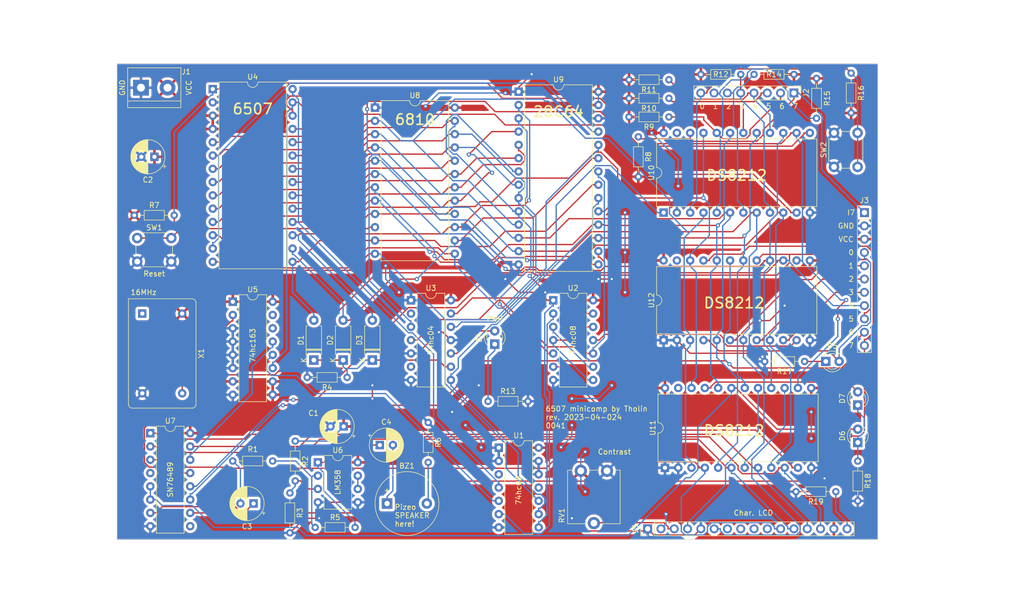
<source format=kicad_pcb>
(kicad_pcb (version 20221018) (generator pcbnew)
  (layers (0 "F.Cu" signal) (31 "B.Cu" signal) (34 "B.Paste" user) (35 "F.Paste" user) (36 "B.SilkS" user "B.Silkscreen") (37 "F.SilkS" user "F.Silkscreen") (38 "B.Mask" user) (39 "F.Mask" user) (44 "Edge.Cuts" user))
  (net 0 "")
  (net 1 "Net-(BZ1--)")
  (net 2 "Net-(BZ1-+)")
  (net 3 "VCC")
  (net 4 "GND")
  (net 5 "AUDIO_RAW")
  (net 6 "Net-(C3-Pad2)")
  (net 7 "Net-(C4-Pad1)")
  (net 8 "Net-(D1-K)")
  (net 9 "A10")
  (net 10 "A11")
  (net 11 "A12")
  (net 12 "Net-(D4-K)")
  (net 13 "Net-(D4-A)")
  (net 14 "Net-(D5-K)")
  (net 15 "Net-(D5-A)")
  (net 16 "Net-(D6-K)")
  (net 17 "SN_WR")
  (net 18 "Net-(D7-A)")
  (net 19 "Net-(J2-Pin_2)")
  (net 20 "I7")
  (net 21 "Net-(J2-Pin_3)")
  (net 22 "Net-(J2-Pin_4)")
  (net 23 "Net-(J2-Pin_5)")
  (net 24 "Net-(J2-Pin_6)")
  (net 25 "Net-(J2-Pin_8)")
  (net 26 "SN_D4")
  (net 27 "SN_D5")
  (net 28 "LCD_D4")
  (net 29 "LCD_D5")
  (net 30 "LCD_D6")
  (net 31 "LCD_D7")
  (net 32 "LCD_E")
  (net 33 "LCD_RS")
  (net 34 "SN_D6")
  (net 35 "SN_D7")
  (net 36 "Net-(J5-Pin_3)")
  (net 41 "Net-(J5-Pin_16)")
  (net 42 "~{RST}")
  (net 43 "Net-(U6A--)")
  (net 44 "Net-(U6A-+)")
  (net 46 "PH2")
  (net 47 "2MHz")
  (net 48 "Net-(U1-Pad6)")
  (net 49 "I{slash}O_en")
  (net 50 "Net-(U9-~{CS})")
  (net 51 "A9")
  (net 52 "A2")
  (net 53 "Net-(U2-Pad3)")
  (net 54 "I{slash}O_wstb")
  (net 55 "A0")
  (net 57 "Net-(U11-STB)")
  (net 58 "Net-(U9-~{OE})")
  (net 59 "A1")
  (net 60 "Net-(U12-STB)")
  (net 61 "R{slash}~{W}")
  (net 63 "A3")
  (net 64 "A4")
  (net 65 "A5")
  (net 66 "A6")
  (net 67 "A7")
  (net 68 "A8")
  (net 69 "D7")
  (net 70 "D6")
  (net 71 "D5")
  (net 72 "D4")
  (net 73 "D3")
  (net 74 "D2")
  (net 75 "D1")
  (net 76 "D0")
  (net 77 "CLK")
  (net 79 "4MHz")
  (net 80 "8MHz")
  (net 81 "Net-(U10-{slash}S1)")
  (net 82 "Net-(U5-CP)")
  (net 84 "Net-(U6B--)")
  (net 91 "Net-(J2-Pin_7)")
  (net 92 "Net-(J3-Pin_5)")
  (net 93 "Net-(J3-Pin_6)")
  (net 94 "Net-(J3-Pin_7)")
  (footprint "Package_DIP:DIP-14_W7.62mm" (layer "F.Cu") (at 116.596 87.879)
    (fp_text reference "U3")
    (fp_text value "74HC04")
  )
  (footprint "Package_DIP:DIP-24_W15.24mm" (layer "F.Cu") (at 109.723 51.049)
    (fp_text reference "U8")
    (fp_text value "MCM6810")
  )
  (footprint "Resistor_THT:R_Axial_DIN0204_L3.6mm_D1.6mm_P7.62mm_Horizontal" (layer "F.Cu") (at 160.02 56.642 -90)
    (fp_text reference "R8")
    (fp_text value "7.2K")
  )
  (footprint "Buzzer_Beeper:Buzzer_12x9.5RM7.6" (layer "F.Cu") (at 112.024 126.731)
    (fp_text reference "BZ1")
    (fp_text value "Piezo Speaker")
  )
  (footprint "Resistor_THT:R_Axial_DIN0204_L3.6mm_D1.6mm_P7.62mm_Horizontal" (layer "F.Cu") (at 98.298 131.303)
    (fp_text reference "R5")
    (fp_text value "200K")
  )
  (footprint "TerminalBlock:TerminalBlock_bornier-2_P5.08mm" (layer "F.Cu") (at 65.024 47.244)
    (fp_text reference "J1")
    (fp_text value "Screw_Terminal_01x02")
  )
  (footprint "LED_THT:LED_D3.0mm" (layer "F.Cu") (at 201.935 107.921 90)
    (fp_text reference "D7")
    (fp_text value "LED")
  )
  (footprint "Button_Switch_THT:SW_PUSH_6mm" (layer "F.Cu") (at 64.314 75.982)
    (fp_text reference "SW1")
    (fp_text value "SW_Push")
  )
  (footprint "Package_DIP:DIP-16_W7.62mm" (layer "F.Cu") (at 82.56 88.153)
    (fp_text reference "U5")
    (fp_text value "74LS163")
  )
  (footprint "Package_DIP:DIP-24_W15.24mm" (layer "F.Cu") (at 165.1 119.888 90)
    (fp_text reference "U11")
    (fp_text value "DS8212D")
  )
  (footprint "Resistor_THT:R_Axial_DIN0204_L3.6mm_D1.6mm_P7.62mm_Horizontal" (layer "F.Cu") (at 197.742 124.455 180)
    (fp_text reference "R19")
    (fp_text value "1K")
  )
  (footprint "Capacitor_THT:CP_Radial_D6.3mm_P2.50mm" (layer "F.Cu") (at 67.5951 60.452 180)
    (fp_text reference "C2")
    (fp_text value "10µF")
  )
  (footprint "Package_DIP:DIP-14_W7.62mm" (layer "F.Cu") (at 143.764 87.884)
    (fp_text reference "U2")
    (fp_text value "74LS08")
  )
  (footprint "LED_THT:LED_D3.0mm" (layer "F.Cu") (at 201.935 115.062 90)
    (fp_text reference "D6")
    (fp_text value "LED")
  )
  (footprint "Package_DIP:DIP-28_W15.24mm" (layer "F.Cu") (at 137.155 48.016)
    (fp_text reference "U9")
    (fp_text value "28C256")
  )
  (footprint "Resistor_THT:R_Axial_DIN0204_L3.6mm_D1.6mm_P7.62mm_Horizontal" (layer "F.Cu") (at 165.862 45.72 180)
    (fp_text reference "R11")
    (fp_text value "7.2K")
  )
  (footprint "Capacitor_THT:CP_Radial_D6.3mm_P2.50mm" (layer "F.Cu") (at 86.5264 126.731 180)
    (fp_text reference "C3")
    (fp_text value "10µF")
  )
  (footprint "Capacitor_THT:CP_Radial_D6.3mm_P2.50mm" (layer "F.Cu") (at 110.6452 115.555)
    (fp_text reference "C4")
    (fp_text value "10µF")
  )
  (footprint "Resistor_THT:R_Axial_DIN0204_L3.6mm_D1.6mm_P7.62mm_Horizontal" (layer "F.Cu") (at 82.55 118.603)
    (fp_text reference "R1")
    (fp_text value "10K")
  )
  (footprint "Resistor_THT:R_Axial_DIN0204_L3.6mm_D1.6mm_P7.62mm_Horizontal" (layer "F.Cu") (at 200.66 44.45 -90)
    (fp_text reference "R16")
    (fp_text value "7.2K")
  )
  (footprint "Resistor_THT:R_Axial_DIN0204_L3.6mm_D1.6mm_P7.62mm_Horizontal" (layer "F.Cu") (at 63.754 71.628)
    (fp_text reference "R7")
    (fp_text value "10K")
  )
  (footprint "Package_DIP:DIP-14_W7.62mm" (layer "F.Cu") (at 133.36 116.058)
    (fp_text reference "U1")
    (fp_text value "74LS08")
  )
  (footprint "Resistor_THT:R_Axial_DIN0204_L3.6mm_D1.6mm_P7.62mm_Horizontal" (layer "F.Cu") (at 194.056 53.086 90)
    (fp_text reference "R15")
    (fp_text value "7.2K")
  )
  (footprint "Capacitor_THT:CP_Radial_D6.3mm_P2.50mm" (layer "F.Cu") (at 103.7308 111.999 180)
    (fp_text reference "C1")
    (fp_text value "10µF")
  )
  (footprint "Resistor_THT:R_Axial_DIN0204_L3.6mm_D1.6mm_P7.62mm_Horizontal" (layer "F.Cu") (at 119.888 111.237 -90)
    (fp_text reference "R6")
    (fp_text value "100")
  )
  (footprint "Diode_THT:D_A-405_P7.62mm_Horizontal" (layer "F.Cu") (at 109.22 99.314 90)
    (fp_text reference "D3")
    (fp_text value "D")
  )
  (footprint "LED_THT:LED_D3.0mm" (layer "F.Cu") (at 195.829 99.568)
    (fp_text reference "D5")
    (fp_text value "LED")
  )
  (footprint "Resistor_THT:R_Axial_DIN0204_L3.6mm_D1.6mm_P7.62mm_Horizontal" (layer "F.Cu") (at 104.394 102.616 180)
    (fp_text reference "R4")
    (fp_text value "10K")
  )
  (footprint "Package_DIP:DIP-24_W15.24mm" (layer "F.Cu") (at 164.841 71.125 90)
    (fp_text reference "U10")
    (fp_text value "DS8212D")
  )
  (footprint "Oscillator:Oscillator_DIP-14" (layer "F.Cu") (at 65.278 90.424 -90)
    (fp_text reference "X1")
    (fp_text value "ACO-16.0MHz")
  )
  (footprint "Package_DIP:DIP-16_W7.62mm" (layer "F.Cu") (at 66.812 113.284)
    (fp_text reference "U7")
    (fp_text value "SN76489")
  )
  (footprint "Package_DIP:DIP-24_W15.24mm" (layer "F.Cu") (at 164.841 95.509 90)
    (fp_text reference "U12")
    (fp_text value "DS8212D")
  )
  (footprint "Button_Switch_THT:SW_PUSH_6mm" (layer "F.Cu") (at 197.394 62.38 90)
    (fp_text reference "SW2")
    (fp_text value "SW_Push")
  )
  (footprint "Resistor_THT:R_Axial_DIN0204_L3.6mm_D1.6mm_P7.62mm_Horizontal" (layer "F.Cu") (at 165.862 52.832 180)
    (fp_text reference "R9")
    (fp_text value "7.2K")
  )
  (footprint "Resistor_THT:R_Axial_DIN0204_L3.6mm_D1.6mm_P7.62mm_Horizontal" (layer "F.Cu") (at 201.935 118.613 -90)
    (fp_text reference "R18")
    (fp_text value "4.7K")
  )
  (footprint "Diode_THT:D_A-405_P7.62mm_Horizontal" (layer "F.Cu") (at 98.044 99.314 90)
    (fp_text reference "D1")
    (fp_text value "D")
  )
  (footprint "Resistor_THT:R_Axial_DIN0204_L3.6mm_D1.6mm_P7.62mm_Horizontal" (layer "F.Cu") (at 191.77 99.568 180)
    (fp_text reference "R17")
    (fp_text value "4.7K")
  )
  (footprint "Package_DIP:DIP-8_W7.62mm" (layer "F.Cu") (at 98.816 118.867)
    (fp_text reference "U6")
    (fp_text value "LM358")
  )
  (footprint "Connector_PinHeader_2.54mm:PinHeader_1x16_P2.54mm_Vertical" (layer "F.Cu") (at 161.798 131.567 90)
    (fp_text reference "J5")
    (fp_text value "Conn_01x16_Female")
  )
  (footprint "Resistor_THT:R_Axial_DIN0204_L3.6mm_D1.6mm_P7.62mm_Horizontal" (layer "F.Cu") (at 131.318 107.188)
    (fp_text reference "R13")
    (fp_text value "4.7K")
  )
  (footprint "Resistor_THT:R_Axial_DIN0204_L3.6mm_D1.6mm_P7.62mm_Horizontal" (layer "F.Cu") (at 93.472 124.714 -90)
    (fp_text reference "R3")
    (fp_text value "7.2K")
  )
  (footprint "Resistor_THT:R_Axial_DIN0204_L3.6mm_D1.6mm_P7.62mm_Horizontal" (layer "F.Cu") (at 165.862 49.276 180)
    (fp_text reference "R10")
    (fp_text value "7.2K")
  )
  (footprint "LED_THT:LED_D3.0mm" (layer "F.Cu") (at 132.588 96.271 90)
    (fp_text reference "D4")
    (fp_text value "LED")
  )
  (footprint "Resistor_THT:R_Axial_DIN0204_L3.6mm_D1.6mm_P7.62mm_Horizontal" (layer "F.Cu") (at 94.488 114.793 -90)
    (fp_text reference "R2")
    (fp_text value "7.2K")
  )
  (footprint "Connector_PinHeader_2.54mm:PinHeader_1x08_P2.54mm_Vertical" (layer "F.Cu") (at 189.723 48.26 -90)
    (fp_text reference "J2")
    (fp_text value "Conn_01x08_Female")
  )
  (footprint "Connector_PinHeader_2.54mm:PinHeader_1x11_P2.54mm_Vertical" (layer "F.Cu") (at 203.2 71.12)
    (fp_text reference "J3")
    (fp_text value "Conn_01x11")
  )
  (footprint "Resistor_THT:R_Axial_DIN0204_L3.6mm_D1.6mm_P7.62mm_Horizontal" (layer "F.Cu") (at 182.118 44.704)
    (fp_text reference "R14")
    (fp_text value "7.2K")
  )
  (footprint "Resistor_THT:R_Axial_DIN0204_L3.6mm_D1.6mm_P7.62mm_Horizontal" (layer "F.Cu") (at 179.578 44.704 180)
    (fp_text reference "R12")
    (fp_text value "7.2K")
  )
  (footprint "Package_DIP:DIP-28_W15.24mm" (layer "F.Cu") (at 78.735 47.508)
    (fp_text reference "U4")
    (fp_text value "6507")
  )
  (footprint "Potentiometer_THT:Potentiometer_ACP_CA9-V10_Vertical" (layer "F.Cu") (at 149.034 120.476 -90)
    (fp_text reference "RV1")
    (fp_text value "10K")
  )
  (footprint "Diode_THT:D_A-405_P7.62mm_Horizontal" (layer "F.Cu") (at 103.632 99.314 90)
    (fp_text reference "D2")
    (fp_text value "D")
  )
  (gr_rect (start 60.452 42.672) (end 205.74 133.604) (stroke (width 0.1)) (fill none) (layer "Edge.Cuts"))
  (gr_text "0" (at 172.212 50.8) (layer "F.SilkS") (effects (font (size 1 1))))
  (gr_text "6" (at 200.66 93.98) (layer "F.SilkS") (effects (font (size 1 1))))
  (gr_text "1" (at 174.752 50.8) (layer "F.SilkS") (effects (font (size 1 1))))
  (gr_text "6507" (at 86.36 51.308) (layer "F.SilkS") (effects (font (size 2 2) (thickness 0.3))))
  (gr_text "Contrast" (at 155.448 116.84) (layer "F.SilkS") (effects (font (size 1 1))))
  (gr_text "74hc08" (at 137.16 124.191 90) (layer "F.SilkS") (effects (font (size 1 1))))
  (gr_text "3" (at 179.832 50.8) (layer "F.SilkS") (effects (font (size 1 1))))
  (gr_text "74hc08" (at 147.564 95.509 90) (layer "F.SilkS") (effects (font (size 1 1))))
  (gr_text "1" (at 200.66 81.28) (layer "F.SilkS") (effects (font (size 1 1))))
  (gr_text "I7" (at 200.66 71.12) (layer "F.SilkS") (effects (font (size 1 1))))
  (gr_text "Pizeo\nSPEAKER\nhere!" (at 113.419569 131.208183) (layer "F.SilkS") (effects (font (size 1 1)) (justify left bottom)))
  (gr_text "GND" (at 199.68459 73.656966) (layer "F.SilkS") (effects (font (size 1 1))))
  (gr_text "DS8212" (at 178.308 88.392) (layer "F.SilkS") (effects (font (size 2 2) (thickness 0.3))))
  (gr_text "28C64" (at 144.78 51.816) (layer "F.SilkS") (effects (font (size 2 2) (thickness 0.3))))
  (gr_text "6507 minicomp by Tholin\nrev. 2023-04-024\n0041" (at 142.24 110.236) (layer "F.SilkS") (effects (font (size 1 1)) (justify left)))
  (gr_text "Char. LCD" (at 181.989 128.524) (layer "F.SilkS") (effects (font (size 1 1))))
  (gr_text "3" (at 200.66 86.36) (layer "F.SilkS") (effects (font (size 1 1))))
  (gr_text "74hc04" (at 120.396 95.504 90) (layer "F.SilkS") (effects (font (size 1 1))))
  (gr_text "0" (at 200.66 78.74) (layer "F.SilkS") (effects (font (size 1 1))))
  (gr_text "PWR" (at 132.588 91.44) (layer "F.SilkS") (effects (font (size 1 1))))
  (gr_text "DS8212" (at 178.816 64.008) (layer "F.SilkS") (effects (font (size 2 2) (thickness 0.3))))
  (gr_text "GND" (at 61.468 47.244 90) (layer "F.SilkS") (effects (font (size 1 1))))
  (gr_text "4" (at 182.372 50.8) (layer "F.SilkS") (effects (font (size 1 1))))
  (gr_text "7" (at 189.992 50.8) (layer "F.SilkS") (effects (font (size 1 1))))
  (gr_text "74hc163" (at 86.36 96.52 90) (layer "F.SilkS") (effects (font (size 1 1))))
  (gr_text "6810" (at 117.348 53.34) (layer "F.SilkS") (effects (font (size 2 2) (thickness 0.3))))
  (gr_text "Reset" (at 67.564 82.804) (layer "F.SilkS") (effects (font (size 1 1))))
  (gr_text "7" (at 200.66 96.52) (layer "F.SilkS") (effects (font (size 1 1))))
  (gr_text "2" (at 200.66 83.82) (layer "F.SilkS") (effects (font (size 1 1))))
  (gr_text "6" (at 187.452 50.8) (layer "F.SilkS") (effects (font (size 1 1))))
  (gr_text "VCC" (at 199.68459 76.217418) (layer "F.SilkS") (effects (font (size 1 1))))
  (gr_text "5" (at 200.66 91.44) (layer "F.SilkS") (effects (font (size 1 1))))
  (gr_text "VCC" (at 74.168 47.244 90) (layer "F.SilkS") (effects (font (size 1 1))))
  (gr_text "16MHz" (at 65.532 86.36) (layer "F.SilkS") (effects (font (size 1 1))))
  (gr_text "4" (at 200.66 88.9) (layer "F.SilkS") (effects (font (size 1 1))))
  (gr_text "5" (at 184.912 50.8) (layer "F.SilkS") (effects (font (size 1 1))))
  (gr_text "SN76489" (at 70.612 122.159 90) (layer "F.SilkS") (effects (font (size 1 1))))
  (gr_text "DS8212" (at 178.308 112.776) (layer "F.SilkS") (effects (font (size 2 2) (thickness 0.3))))
  (gr_text "LM358" (at 102.616 122.667 90) (layer "F.SilkS") (effects (font (size 1 1))))
  (gr_text "2" (at 177.292 50.8) (layer "F.SilkS") (effects (font (size 1 1))))
  (segment (start 113.1452 124.2847) (end 112.024 125.4059) (width 0.25) (layer "B.Cu") (net 1))
  (segment (start 112.024 126.731) (end 112.024 125.4059) (width 0.25) (layer "B.Cu") (net 1))
  (segment (start 113.1452 115.555) (end 113.1452 124.2847) (width 0.25) (layer "B.Cu") (net 1))
  (segment (start 119.888 126.467) (end 119.888 118.857) (width 0.25) (layer "B.Cu") (net 2))
  (segment (start 119.624 126.731) (end 119.888 126.467) (width 0.25) (layer "B.Cu") (net 2))
  (via (at 111.76 81.28) (size 0.8) (drill 0.4) (layers "F.Cu" "B.Cu") (net 3))
  (via (at 114.3 86.36) (size 0.8) (drill 0.4) (layers "F.Cu" "B.Cu") (net 3))
  (via (at 162.56 55.88) (size 0.8) (drill 0.4) (layers "F.Cu" "B.Cu") (net 3))
  (via (at 154.94 104.14) (size 0.8) (drill 0.4) (layers "F.Cu" "B.Cu") (net 3))
  (via (at 157.48 78.74) (size 0.8) (drill 0.4) (layers "F.Cu" "B.Cu") (net 3))
  (via (at 167.64 66.04) (size 0.8) (drill 0.4) (layers "F.Cu" "B.Cu") (net 3))
  (via (at 134.62 48.26) (size 0.8) (drill 0.4) (layers "F.Cu" "B.Cu") (net 3))
  (via (at 149.86 124.46) (size 0.8) (drill 0.4) (layers "F.Cu" "B.Cu") (net 3))
  (via (at 193.04 114.3) (size 0.8) (drill 0.4) (layers "F.Cu" "B.Cu") (net 3))
  (via (at 165.29712 128.752189) (size 0.8) (drill 0.4) (layers "F.Cu" "B.Cu") (net 3))
  (via (at 127 111.76) (size 0.8) (drill 0.4) (layers "F.Cu" "B.Cu") (net 3))
  (via (at 147.32 106.68) (size 0.8) (drill 0.4) (layers "F.Cu" "B.Cu") (net 3))
  (via (at 149.86 116.84) (size 0.8) (drill 0.4) (layers "F.Cu" "B.Cu") (net 3))
  (via (at 157.48 71.12) (size 0.8) (drill 0.4) (layers "F.Cu" "B.Cu") (net 3))
  (via (at 147.32 111.76) (size 0.8) (drill 0.4) (layers "F.Cu" "B.Cu") (net 3))
  (via (at 193.04 109.22) (size 0.8) (drill 0.4) (layers "F.Cu" "B.Cu") (net 3))
  (via (at 130.005381 115.996392) (size 0.8) (drill 0.4) (layers "F.Cu" "B.Cu") (net 3))
  (via (at 145.272912 115.966367) (size 0.8) (drill 0.4) (layers "F.Cu" "B.Cu") (net 3))
  (via (at 157.48 86.36) (size 0.8) (drill 0.4) (layers "F.Cu" "B.Cu") (net 3))
  (via (at 119.38 50.8) (size 0.8) (drill 0.4) (layers "F.Cu" "B.Cu") (net 3))
  (segment (start 152.395 50.556) (end 152.395 48.016) (width 0.25) (layer "B.Cu") (net 3))
  (segment (start 152.4 106.68) (end 154.94 104.14) (width 0.25) (layer "B.Cu") (net 3))
  (segment (start 111.76 81.28) (end 111.76 83.82) (width 0.25) (layer "B.Cu") (net 3))
  (segment (start 100.9368 114.793) (end 103.7308 111.999) (width 0.25) (layer "B.Cu") (net 3))
  (segment (start 94.488 114.793) (end 100.9368 114.793) (width 0.25) (layer "B.Cu") (net 3))
  (segment (start 121.92 48.26) (end 119.38 50.8) (width 0.25) (layer "B.Cu") (net 3))
  (segment (start 145.272912 115.966367) (end 147.32 113.919279) (width 0.25) (layer "B.Cu") (net 3))
  (segment (start 134.62 48.26) (end 121.92 48.26) (width 0.25) (layer "B.Cu") (net 3))
  (segment (start 127 111.76) (end 130.005381 114.765381) (width 0.25) (layer "B.Cu") (net 3))
  (segment (start 111.76 83.82) (end 114.3 86.36) (width 0.25) (layer "B.Cu") (net 3))
  (segment (start 130.005381 114.765381) (end 130.005381 115.996392) (width 0.25) (layer "B.Cu") (net 3))
  (segment (start 193.04 109.22) (end 193.04 114.3) (width 0.25) (layer "B.Cu") (net 3))
  (segment (start 147.32 113.919279) (end 147.32 111.76) (width 0.25) (layer "B.Cu") (net 3))
  (segment (start 164.338 131.567) (end 165.29712 130.60788) (width 0.25) (layer "B.Cu") (net 3))
  (segment (start 165.29712 130.60788) (end 165.29712 128.752189) (width 0.25) (layer "B.Cu") (net 3))
  (segment (start 149.034 120.476) (end 149.034 123.634) (width 0.25) (layer "B.Cu") (net 3))
  (segment (start 149.034 117.666) (end 149.86 116.84) (width 0.25) (layer "B.Cu") (net 3))
  (segment (start 167.64 60.96) (end 167.64 66.04) (width 0.25) (layer "B.Cu") (net 3))
  (segment (start 157.48 71.12) (end 157.48 78.74) (width 0.25) (layer "B.Cu") (net 3))
  (segment (start 157.48 78.74) (end 157.48 86.36) (width 0.25) (layer "B.Cu") (net 3))
  (segment (start 149.034 120.476) (end 149.034 117.666) (width 0.25) (layer "B.Cu") (net 3))
  (segment (start 149.034 123.634) (end 149.86 124.46) (width 0.25) (layer "B.Cu") (net 3))
  (segment (start 147.32 106.68) (end 152.4 106.68) (width 0.25) (layer "B.Cu") (net 3))
  (segment (start 162.56 55.88) (end 167.64 60.96) (width 0.25) (layer "B.Cu") (net 3))
  (segment (start 98.816 126.487) (end 106.436 126.487) (width 0.25) (layer "F.Cu") (net 4))
  (segment (start 137.16 86.36) (end 142.24 86.36) (width 0.25) (layer "F.Cu") (net 4))
  (segment (start 162.973 132.742) (end 170.783 132.742) (width 0.25) (layer "F.Cu") (net 4))
  (segment (start 137.155 48.016) (end 137.155 47.153254) (width 0.25) (layer "F.Cu") (net 4))
  (segment (start 109.22 104.14) (end 109.22 106.68) (width 0.25) (layer "F.Cu") (net 4))
  (segment (start 149.751 131.971) (end 147.32 129.54) (width 0.25) (layer "F.Cu") (net 4))
  (segment (start 184.15 99.568) (end 182.5877 98.0057) (width 0.25) (layer "F.Cu") (net 4))
  (segment (start 185.096751 91.763249) (end 187.96 88.9) (width 0.25) (layer "F.Cu") (net 4))
  (segment (start 161.798 131.567) (end 161.394 131.971) (width 0.25) (layer "F.Cu") (net 4))
  (segment (start 134.62 83.82) (end 137.16 86.36) (width 0.25) (layer "F.Cu") (net 4))
  (segment (start 137.155 47.153254) (end 139.647873 44.660381) (width 0.25) (layer "F.Cu") (net 4))
  (segment (start 117.861 98.039) (end 121.92 93.98) (width 0.25) (layer "F.Cu") (net 4))
  (segment (start 93.472 132.334) (end 96.266 129.54) (width 0.25) (layer "F.Cu") (net 4))
  (segment (start 169.8777 98.0057) (end 167.381 95.509) (width 0.25) (layer "F.Cu") (net 4))
  (segment (start 124.46 109.22) (end 129.54 104.14) (width 0.25) (layer "F.Cu") (net 4))
  (segment (start 193.045 124.455) (end 195.58 121.92) (width 0.25) (layer "F.Cu") (net 4))
  (segment (start 161.394 131.971) (end 149.751 131.971) (width 0.25) (layer "F.Cu") (net 4))
  (segment (start 152.4 83.82) (end 154.94 83.82) (width 0.25) (layer "F.Cu") (net 4))
  (segment (start 116.596 98.039) (end 117.861 98.039) (width 0.25) (layer "F.Cu") (net 4))
  (segment (start 183.203249 91.763249) (end 185.096751 91.763249) (width 0.25) (layer "F.Cu") (net 4))
  (segment (start 170.783 132.742) (end 171.958 131.567) (width 0.25) (layer "F.Cu") (net 4))
  (segment (start 190.122 124.455) (end 193.045 124.455) (width 0.25) (layer "F.Cu") (net 4))
  (segment (start 182.5877 98.0057) (end 169.8777 98.0057) (width 0.25) (layer "F.Cu") (net 4))
  (segment (start 96.266 129.54) (end 99.06 129.54) (width 0.25) (layer "F.Cu") (net 4))
  (segment (start 122.697 93.98) (end 121.92 93.98) (width 0.25) (layer "F.Cu") (net 4))
  (segment (start 124.216 95.499) (end 122.697 93.98) (width 0.25) (layer "F.Cu") (net 4))
  (segment (start 161.798 131.567) (end 162.973 132.742) (width 0.25) (layer "F.Cu") (net 4))
  (via (at 183.203249 91.763249) (size 0.8) (drill 0.4) (layers "F.Cu" "B.Cu") (net 4))
  (via (at 99.06 129.54) (size 0.8) (drill 0.4) (layers "F.Cu" "B.Cu") (net 4))
  (via (at 134.62 83.82) (size 0.8) (drill 0.4) (layers "F.Cu" "B.Cu") (net 4))
  (via (at 124.46 109.22) (size 0.8) (drill 0.4) (layers "F.Cu" "B.Cu") (net 4))
  (via (at 139.647873 44.660381) (size 0.8) (drill 0.4) (layers "F.Cu" "B.Cu") (net 4))
  (via (at 195.58 121.92) (size 0.8) (drill 0.4) (layers "F.Cu" "B.Cu") (net 4))
  (via (at 154.94 83.82) (size 0.8) (drill 0.4) (layers "F.Cu" "B.Cu") (net 4))
  (via (at 129.54 104.14) (size 0.8) (drill 0.4) (layers "F.Cu" "B.Cu") (net 4))
  (via (at 142.24 86.36) (size 0.8) (drill 0.4) (layers "F.Cu" "B.Cu") (net 4))
  (via (at 109.22 106.68) (size 0.8) (drill 0.4) (layers "F.Cu" "B.Cu") (net 4))
  (via (at 187.96 88.9) (size 0.8) (drill 0.4) (layers "F.Cu" "B.Cu") (net 4))
  (via (at 121.92 93.98) (size 0.8) (drill 0.4) (layers "F.Cu" "B.Cu") (net 4))
  (via (at 152.4 83.82) (size 0.8) (drill 0.4) (layers "F.Cu" "B.Cu") (net 4))
  (via (at 147.32 129.54) (size 0.8) (drill 0.4) (layers "F.Cu" "B.Cu") (net 4))
  (via (at 109.22 104.14) (size 0.8) (drill 0.4) (layers "F.Cu" "B.Cu") (net 4))
  (segment (start 181.206 96.624) (end 181.206 94.846001) (width 0.25) (layer "B.Cu") (net 4))
  (segment (start 183.203249 92.848752) (end 183.203249 91.763249) (width 0.25) (layer "B.Cu") (net 4))
  (segment (start 181.206 94.846001) (end 183.203249 92.848752) (width 0.25) (layer "B.Cu") (net 4))
  (segment (start 184.15 99.568) (end 181.206 96.624) (width 0.25) (layer "B.Cu") (net 4))
  (segment (start 83.039809 127.3354) (end 83.560409 127.856) (width 0.25) (layer "F.Cu") (net 5))
  (segment (start 66.812 128.524) (end 67.9371 128.524) (width 0.25) (layer "F.Cu") (net 5))
  (segment (start 83.560409 127.856) (end 85.4014 127.856) (width 0.25) (layer "F.Cu") (net 5))
  (segment (start 69.1257 127.3354) (end 67.9371 128.524) (width 0.25) (layer "F.Cu") (net 5))
  (segment (start 85.4014 127.856) (end 86.5264 126.731) (width 0.25) (layer "F.Cu") (net 5))
  (segment (start 69.1257 127.3354) (end 83.039809 127.3354) (width 0.25) (layer "F.Cu") (net 5))
  (segment (start 84.0264 120.0794) (end 82.55 118.603) (width 0.25) (layer "B.Cu") (net 6))
  (segment (start 84.0264 126.731) (end 84.0264 120.0794) (width 0.25) (layer "B.Cu") (net 6))
  (segment (start 103.2531 115.555) (end 110.6452 115.555) (width 0.25) (layer "F.Cu") (net 7))
  (segment (start 98.816 118.867) (end 99.9411 118.867) (width 0.25) (layer "F.Cu") (net 7))
  (segment (start 99.9411 118.867) (end 103.2531 115.555) (width 0.25) (layer "F.Cu") (net 7))
  (segment (start 99.0974 119.9921) (end 99.9411 120.8358) (width 0.25) (layer "B.Cu") (net 7))
  (segment (start 98.816 119.9921) (end 99.0974 119.9921) (width 0.25) (layer "B.Cu") (net 7))
  (segment (start 98.816 118.867) (end 98.816 119.9921) (width 0.25) (layer "B.Cu") (net 7))
  (segment (start 99.9411 120.8358) (end 99.9411 124.301) (width 0.25) (layer "B.Cu") (net 7))
  (segment (start 105.918 131.303) (end 105.918 130.2779) (width 0.25) (layer "B.Cu") (net 7))
  (segment (start 99.9411 124.301) (end 105.918 130.2779) (width 0.25) (layer "B.Cu") (net 7))
  (segment (start 121.8259 99.314) (end 123.0909 100.579) (width 0.25) (layer "F.Cu") (net 8))
  (segment (start 98.044 99.314) (end 103.632 99.314) (width 0.25) (layer "F.Cu") (net 8))
  (segment (start 109.22 99.314) (end 121.8259 99.314) (width 0.25) (layer "F.Cu") (net 8))
  (segment (start 124.216 100.579) (end 123.0909 100.579) (width 0.25) (layer "F.Cu") (net 8))
  (segment (start 104.013 100.9201) (end 104.394 100.9201) (width 0.25) (layer "B.Cu") (net 8))
  (segment (start 104.394 100.9201) (end 106.3888 100.9201) (width 0.25) (layer "B.Cu") (net 8))
  (segment (start 103.632 100.5391) (end 104.013 100.9201) (width 0.25) (layer "B.Cu") (net 8))
  (segment (start 106.3888 100.9201) (end 107.9949 99.314) (width 0.25) (layer "B.Cu") (net 8))
  (segment (start 109.22 99.314) (end 107.9949 99.314) (width 0.25) (layer "B.Cu") (net 8))
  (segment (start 104.394 100.9201) (end 104.394 102.616) (width 0.25) (layer "B.Cu") (net 8))
  (segment (start 103.632 99.314) (end 103.632 100.5391) (width 0.25) (layer "B.Cu") (net 8))
  (segment (start 93.975 80.528) (end 95.1001 80.528) (width 0.25) (layer "F.Cu") (net 9))
  (segment (start 142.3799 74.686) (end 151.2699 65.796) (width 0.25) (layer "F.Cu") (net 9))
  (segment (start 95.1001 80.528) (end 99.1791 76.449) (width 0.25) (layer "F.Cu") (net 9))
  (segment (start 109.723 76.449) (end 121.1441 76.449) (width 0.25) (layer "F.Cu") (net 9))
  (segment (start 152.395 65.796) (end 151.2699 65.796) (width 0.25) (layer "F.Cu") (net 9))
  (segment (start 122.2936 77.5985) (end 131.6562 77.5985) (width 0.25) (layer "F.Cu") (net 9))
  (segment (start 99.1791 76.449) (end 109.723 76.449) (width 0.25) (layer "F.Cu") (net 9))
  (segment (start 121.1441 76.449) (end 122.2936 77.5985) (width 0.25) (layer "F.Cu") (net 9))
  (segment (start 131.6562 77.5985) (end 134.5687 74.686) (width 0.25) (layer "F.Cu") (net 9))
  (segment (start 134.5687 74.686) (end 142.3799 74.686) (width 0.25) (layer "F.Cu") (net 9))
  (segment (start 98.044 90.4689) (end 93.975 86.3999) (width 0.25) (layer "B.Cu") (net 9))
  (segment (start 93.975 86.3999) (end 93.975 80.528) (width 0.25) (layer "B.Cu") (net 9))
  (segment (start 98.044 91.694) (end 98.044 90.4689) (width 0.25) (layer "B.Cu") (net 9))
  (segment (start 104.8571 91.694) (end 112.7245 83.8266) (width 0.25) (layer "F.Cu") (net 10))
  (segment (start 126.0881 76.449) (end 130.3911 72.146) (width 0.25) (layer "F.Cu") (net 10))
  (segment (start 103.632 91.694) (end 104.8571 91.694) (width 0.25) (layer "F.Cu") (net 10))
  (segment (start 112.7245 83.8266) (end 117.7176 83.8266) (width 0.25) (layer "F.Cu") (net 10))
  (segment (start 124.963 76.449) (end 126.0881 76.449) (width 0.25) (layer "F.Cu") (net 10))
  (segment (start 139.8399 72.146) (end 151.2699 60.716) (width 0.25) (layer "F.Cu") (net 10))
  (segment (start 152.395 60.716) (end 151.2699 60.716) (width 0.25) (layer "F.Cu") (net 10))
  (segment (start 130.3911 72.146) (end 139.8399 72.146) (width 0.25) (layer "F.Cu") (net 10))
  (via (at 117.7176 83.8266) (size 0.8) (drill 0.4) (layers "F.Cu" "B.Cu") (net 10))
  (segment (start 103.632 91.694) (end 103.632 88.537) (width 0.25) (layer "B.Cu") (net 10))
  (segment (start 124.963 76.449) (end 124.963 77.5741) (width 0.25) (layer "B.Cu") (net 10))
  (segment (start 94.2081 79.1131) (end 93.975 79.1131) (width 0.25) (layer "B.Cu") (net 10))
  (segment (start 93.975 77.988) (end 93.975 79.1131) (width 0.25) (layer "B.Cu") (net 10))
  (segment (start 103.632 88.537) (end 94.2081 79.1131) (width 0.25) (layer "B.Cu") (net 10))
  (segment (start 123.9701 77.5741) (end 124.963 77.5741) (width 0.25) (layer "B.Cu") (net 10))
  (segment (start 117.7176 83.8266) (end 123.9701 77.5741) (width 0.25) (layer "B.Cu") (net 10))
  (segment (start 124.963 73.909) (end 126.0881 73.909) (width 0.25) (layer "F.Cu") (net 11))
  (segment (start 130.2463 69.7508) (end 138.1511 69.7508) (width 0.25) (layer "F.Cu") (net 11))
  (segment (start 124.963 73.909) (end 123.8379 73.909) (width 0.25) (layer "F.Cu") (net 11))
  (segment (start 122.5679 75.179) (end 123.8379 73.909) (width 0.25) (layer "F.Cu") (net 11))
  (segment (start 126.0881 73.909) (end 130.2463 69.7508) (width 0.25) (layer "F.Cu") (net 11))
  (segment (start 95.1001 75.448) (end 95.3691 75.179) (width 0.25) (layer "F.Cu") (net 11))
  (segment (start 138.1511 69.7508) (end 139.1273 68.7746) (width 0.25) (layer "F.Cu") (net 11))
  (segment (start 95.3691 75.179) (end 122.5679 75.179) (width 0.25) (layer "F.Cu") (net 11))
  (segment (start 93.975 75.448) (end 95.1001 75.448) (width 0.25) (layer "F.Cu") (net 11))
  (via (at 139.1273 68.7746) (size 0.8) (drill 0.4) (layers "F.Cu" "B.Cu") (net 11))
  (segment (start 139.2604 68.6415) (end 139.2604 53.5534) (width 0.25) (layer "B.Cu") (net 11))
  (segment (start 109.22 91.694) (end 109.22 90.4689) (width 0.25) (layer "B.Cu") (net 11))
  (segment (start 139.1273 68.7746) (end 139.2604 68.6415) (width 0.25) (layer "B.Cu") (net 11))
  (segment (start 137.3881 51.6811) (end 137.155 51.6811) (width 0.25) (layer "B.Cu") (net 11))
  (segment (start 137.155 50.556) (end 137.155 51.6811) (width 0.25) (layer "B.Cu") (net 11))
  (segment (start 139.2604 53.5534) (end 137.3881 51.6811) (width 0.25) (layer "B.Cu") (net 11))
  (segment (start 109.22 90.4689) (end 95.1001 76.349) (width 0.25) (layer "B.Cu") (net 11))
  (segment (start 93.975 75.448) (end 95.1001 75.448) (width 0.25) (layer "B.Cu") (net 11))
  (segment (start 95.1001 76.349) (end 95.1001 75.448) (width 0.25) (layer "B.Cu") (net 11))
  (segment (start 132.588 96.271) (end 132.588 97.4961) (width 0.25) (layer "B.Cu") (net 12))
  (segment (start 131.318 98.7661) (end 131.318 107.188) (width 0.25) (layer "B.Cu") (net 12))
  (segment (start 132.588 97.4961) (end 131.318 98.7661) (width 0.25) (layer "B.Cu") (net 12))
  (segment (start 124.216 98.039) (end 125.3411 98.039) (width 0.25) (layer "F.Cu") (net 13))
  (segment (start 132.588 93.731) (end 129.6491 93.731) (width 0.25) (layer "F.Cu") (net 13))
  (segment (start 129.6491 93.731) (end 125.3411 98.039) (width 0.25) (layer "F.Cu") (net 13))
  (segment (start 195.829 99.568) (end 191.77 99.568) (width 0.25) (layer "F.Cu") (net 14))
  (segment (start 173.5861 95.7422) (end 173.5861 95.509) (width 0.25) (layer "F.Cu") (net 15))
  (segment (start 175.3996 97.5557) (end 173.5861 95.7422) (width 0.25) (layer "F.Cu") (net 15))
  (segment (start 196.3567 97.5557) (end 175.3996 97.5557) (width 0.25) (layer "F.Cu") (net 15))
  (segment (start 172.461 95.509) (end 173.5861 95.509) (width 0.25) (layer "F.Cu") (net 15))
  (segment (start 198.369 99.568) (end 196.3567 97.5557) (width 0.25) (layer "F.Cu") (net 15))
  (segment (start 202.7411 92.71) (end 198.369 97.0821) (width 0.25) (layer "B.Cu") (net 15))
  (segment (start 203.5672 79.9151) (end 204.3891 80.737) (width 0.25) (layer "B.Cu") (net 15))
  (segment (start 198.369 97.0821) (end 198.369 99.568) (width 0.25) (layer "B.Cu") (net 15))
  (segment (start 203.6621 92.71) (end 202.7411 92.71) (width 0.25) (layer "B.Cu") (net 15))
  (segment (start 203.2 79.9151) (end 203.5672 79.9151) (width 0.25) (layer "B.Cu") (net 15))
  (segment (start 204.3891 80.737) (end 204.3891 91.983) (width 0.25) (layer "B.Cu") (net 15))
  (segment (start 203.2 78.74) (end 203.2 79.9151) (width 0.25) (layer "B.Cu") (net 15))
  (segment (start 204.3891 91.983) (end 203.6621 92.71) (width 0.25) (layer "B.Cu") (net 15))
  (segment (start 202.3945 113.8369) (end 203.1601 113.0713) (width 0.25) (layer "B.Cu") (net 16))
  (segment (start 201.935 118.613) (end 201.935 115.062) (width 0.25) (layer "B.Cu") (net 16))
  (segment (start 203.1601 110.3712) (end 201.935 109.1461) (width 0.25) (layer "B.Cu") (net 16))
  (segment (start 201.935 115.062) (end 201.935 113.8369) (width 0.25) (layer "B.Cu") (net 16))
  (segment (start 201.935 113.8369) (end 202.3945 113.8369) (width 0.25) (layer "B.Cu") (net 16))
  (segment (start 201.935 107.921) (end 201.935 109.1461) (width 0.25) (layer "B.Cu") (net 16))
  (segment (start 203.1601 113.0713) (end 203.1601 110.3712) (width 0.25) (layer "B.Cu") (net 16))
  (segment (start 177.8 104.648) (end 178.9251 104.648) (width 0.25) (layer "F.Cu") (net 17))
  (segment (start 178.9251 104.9293) (end 186.5178 112.522) (width 0.25) (layer "F.Cu") (net 17))
  (segment (start 186.5178 112.522) (end 201.935 112.522) (width 0.25) (layer "F.Cu") (net 17))
  (segment (start 178.9251 104.648) (end 178.9251 104.9293) (width 0.25) (layer "F.Cu") (net 17))
  (segment (start 74.8101 127.1091) (end 78.9998 131.2988) (width 0.25) (layer "B.Cu") (net 17))
  (segment (start 171.3761 120.2891) (end 171.3761 112.197) (width 0.25) (layer "B.Cu") (net 17))
  (segment (start 169.876 121.7892) (end 171.3761 120.2891) (width 0.25) (layer "B.Cu") (net 17))
  (segment (start 96.5764 132.8802) (end 158.0494 132.8802) (width 0.25) (layer "B.Cu") (net 17))
  (segment (start 66.812 125.984) (end 66.812 123.444) (width 0.25) (layer "B.Cu") (net 17))
  (segment (start 67.9371 125.984) (end 69.0622 127.1091) (width 0.25) (layer "B.Cu") (net 17))
  (segment (start 177.8 104.648) (end 177.8 105.7731) (width 0.25) (layer "B.Cu") (net 17))
  (segment (start 78.9998 131.2988) (end 94.995 131.2988) (width 0.25) (layer "B.Cu") (net 17))
  (segment (start 69.0622 127.1091) (end 74.8101 127.1091) (width 0.25) (layer "B.Cu") (net 17))
  (segment (start 158.0494 132.8802) (end 169.1404 121.7892) (width 0.25) (layer "B.Cu") (net 17))
  (segment (start 169.1404 121.7892) (end 169.876 121.7892) (width 0.25) (layer "B.Cu") (net 17))
  (segment (start 66.812 125.984) (end 67.9371 125.984) (width 0.25) (layer "B.Cu") (net 17))
  (segment (start 94.995 131.2988) (end 96.5764 132.8802) (width 0.25) (layer "B.Cu") (net 17))
  (segment (start 171.3761 112.197) (end 177.8 105.7731) (width 0.25) (layer "B.Cu") (net 17))
  (segment (start 173.8451 104.4148) (end 173.8451 104.648) (width 0.25) (layer "F.Cu") (net 18))
  (segment (start 201.935 105.381) (end 200.0722 103.5182) (width 0.25) (layer "F.Cu") (net 18))
  (segment (start 200.0722 103.5182) (end 174.7417 103.5182) (width 0.25) (layer "F.Cu") (net 18))
  (segment (start 172.72 104.648) (end 173.8451 104.648) (width 0.25) (layer "F.Cu") (net 18))
  (segment (start 174.7417 103.5182) (end 173.8451 104.4148) (width 0.25) (layer "F.Cu") (net 18))
  (segment (start 172.5106 52.832) (end 172.5106 53.3946) (width 0.25) (layer "F.Cu") (net 19))
  (segment (start 187.183 49.4351) (end 181.351 55.2671) (width 0.25) (layer "F.Cu") (net 19))
  (segment (start 181.351 56.2389) (end 180.5692 57.0207) (width 0.25) (layer "F.Cu") (net 19))
  (segment (start 180.5692 57.0207) (end 176.1367 57.0207) (width 0.25) (layer "F.Cu") (net 19))
  (segment (start 172.5106 53.3946) (end 175.001 55.885) (width 0.25) (layer "F.Cu") (net 19))
  (segment (start 181.351 55.2671) (end 181.351 56.2389) (width 0.25) (layer "F.Cu") (net 19))
  (segment (start 176.1367 57.0207) (end 175.001 55.885) (width 0.25) (layer "F.Cu") (net 19))
  (segment (start 187.183 48.26) (end 187.183 49.4351) (width 0.25) (layer "F.Cu") (net 19))
  (segment (start 172.5106 52.832) (end 165.862 52.832) (width 0.25) (layer "F.Cu") (net 19))
  (segment (start 183.891 56.2389) (end 182.6318 57.4981) (width 0.25) (layer "F.Cu") (net 20))
  (segment (start 170.409 57.4981) (end 169.921 57.0101) (width 0.25) (layer "F.Cu") (net 20))
  (segment (start 189.723 49.4351) (end 183.891 55.2671) (width 0.25) (layer "F.Cu") (net 20))
  (segment (start 169.921 55.885) (end 169.921 57.0101) (width 0.25) (layer "F.Cu") (net 20))
  (segment (start 182.6318 57.4981) (end 170.409 57.4981) (width 0.25) (layer "F.Cu") (net 20))
  (segment (start 160.3881 57.0101) (end 160.02 56.642) (width 0.25) (layer "F.Cu") (net 20))
  (segment (start 189.723 48.26) (end 189.723 49.4351) (width 0.25) (layer "F.Cu") (net 20))
  (segment (start 169.921 57.0101) (end 160.3881 57.0101) (width 0.25) (layer "F.Cu") (net 20))
  (segment (start 183.891 55.2671) (end 183.891 56.2389) (width 0.25) (layer "F.Cu") (net 20))
  (segment (start 195.081 52.661431) (end 190.679569 48.26) (width 0.25) (layer "B.Cu") (net 20))
  (segment (start 190.679569 48.26) (end 189.723 48.26) (width 0.25) (layer "B.Cu") (net 20))
  (segment (start 195.081 63.001) (end 195.081 52.661431) (width 0.25) (layer "B.Cu") (net 20))
  (segment (start 203.2 71.12) (end 195.081 63.001) (width 0.25) (layer "B.Cu") (net 20))
  (segment (start 166.4901 49.9041) (end 180.081 49.9041) (width 0.25) (layer "F.Cu") (net 21))
  (segment (start 182.191 49.9041) (end 183.4679 48.6272) (width 0.25) (layer "F.Cu") (net 21))
  (segment (start 165.862 49.276) (end 166.4901 49.9041) (width 0.25) (layer "F.Cu") (net 21))
  (segment (start 183.4679 48.6272) (end 183.4679 48.26) (width 0.25) (layer "F.Cu") (net 21))
  (segment (start 180.081 49.9041) (end 182.191 49.9041) (width 0.25) (layer "F.Cu") (net 21))
  (segment (start 184.643 48.26) (end 183.4679 48.26) (width 0.25) (layer "F.Cu") (net 21))
  (segment (start 180.081 55.885) (end 180.081 54.7599) (width 0.25) (layer "F.Cu") (net 21))
  (segment (start 180.081 49.9041) (end 180.081 54.7599) (width 0.25) (layer "F.Cu") (net 21))
  (segment (start 169.596 49.454) (end 165.862 45.72) (width 0.25) (layer "F.Cu") (net 22))
  (segment (start 180.9279 48.26) (end 180.9279 48.5593) (width 0.25) (layer "F.Cu") (net 22))
  (segment (start 180.9279 48.5593) (end 180.0332 49.454) (width 0.25) (layer "F.Cu") (net 22))
  (segment (start 182.103 48.26) (end 180.9279 48.26) (width 0.25) (layer "F.Cu") (net 22))
  (segment (start 180.0332 49.454) (end 169.596 49.454) (width 0.25) (layer "F.Cu") (net 22))
  (segment (start 185.161 52.4931) (end 185.161 55.885) (width 0.25) (layer "B.Cu") (net 22))
  (segment (start 182.103 48.26) (end 182.103 49.4351) (width 0.25) (layer "B.Cu") (net 22))
  (segment (start 182.103 49.4351) (end 185.161 52.4931) (width 0.25) (layer "B.Cu") (net 22))
  (segment (start 179.563 44.719) (end 179.578 44.704) (width 0.25) (layer "F.Cu") (net 23))
  (segment (start 179.563 48.26) (end 179.563 44.719) (width 0.25) (layer "F.Cu") (net 23))
  (segment (start 184.0359 68.8748) (end 184.0359 53.908) (width 0.25) (layer "B.Cu") (net 23))
  (segment (start 185.161 71.125) (end 185.161 69.9999) (width 0.25) (layer "B.Cu") (net 23))
  (segment (start 185.161 69.9999) (end 184.0359 68.8748) (width 0.25) (layer "B.Cu") (net 23))
  (segment (start 179.563 48.26) (end 179.563 49.4351) (width 0.25) (layer "B.Cu") (net 23))
  (segment (start 184.0359 53.908) (end 179.563 49.4351) (width 0.25) (layer "B.Cu") (net 23))
  (segment (start 178.1981 48.26) (end 178.1981 47.8927) (width 0.25) (layer "B.Cu") (net 24))
  (segment (start 178.1981 54.5701) (end 178.1981 48.26) (width 0.25) (layer "B.Cu") (net 24))
  (segment (start 180.081 71.125) (end 180.081 69.9999) (width 0.25) (layer "B.Cu") (net 24))
  (segment (start 178.9559 68.8748) (end 178.9559 55.3279) (width 0.25) (layer "B.Cu") (net 24))
  (segment (start 179.7371 47.0849) (end 182.118 44.704) (width 0.25) (layer "B.Cu") (net 24))
  (segment (start 177.023 48.26) (end 178.1981 48.26) (width 0.25) (layer "B.Cu") (net 24))
  (segment (start 180.081 69.9999) (end 178.9559 68.8748) (width 0.25) (layer "B.Cu") (net 24))
  (segment (start 178.1981 47.8927) (end 179.0059 47.0849) (width 0.25) (layer "B.Cu") (net 24))
  (segment (start 178.9559 55.3279) (end 178.1981 54.5701) (width 0.25) (layer "B.Cu") (net 24))
  (segment (start 179.0059 47.0849) (end 179.7371 47.0849) (width 0.25) (layer "B.Cu") (net 24))
  (segment (start 171.943 48.26) (end 173.1181 48.26) (width 0.25) (layer "F.Cu") (net 25))
  (segment (start 199.8731 43.6631) (end 200.66 44.45) (width 0.25) (layer "F.Cu") (net 25))
  (segment (start 173.1181 48.26) (end 173.1181 47.8928) (width 0.25) (layer "F.Cu") (net 25))
  (segment (start 173.1181 47.8928) (end 177.3478 43.6631) (width 0.25) (layer "F.Cu") (net 25))
  (segment (start 177.3478 43.6631) (end 199.8731 43.6631) (width 0.25) (layer "F.Cu") (net 25))
  (segment (start 171.191 50.1871) (end 171.191 68.7299) (width 0.25) (layer "B.Cu") (net 25))
  (segment (start 171.943 48.26) (end 171.943 49.4351) (width 0.25) (layer "B.Cu") (net 25))
  (segment (start 171.191 68.7299) (end 169.921 69.9999) (width 0.25) (layer "B.Cu") (net 25))
  (segment (start 201.894 45.684) (end 201.894 55.88) (width 0.25) (layer "B.Cu") (net 25))
  (segment (start 171.943 49.4351) (end 171.191 50.1871) (width 0.25) (layer "B.Cu") (net 25))
  (segment (start 169.921 71.125) (end 169.921 69.9999) (width 0.25) (layer "B.Cu") (net 25))
  (segment (start 201.894 62.38) (end 201.894 55.88) (width 0.25) (layer "B.Cu") (net 25))
  (segment (start 200.66 44.45) (end 201.894 45.684) (width 0.25) (layer "B.Cu") (net 25))
  (segment (start 110.0915 82.6227) (end 90.5912 102.123) (width 0.25) (layer "F.Cu") (net 26))
  (segment (start 140.2462 82.0251) (end 138.465 82.0251) (width 0.25) (layer "F.Cu") (net 26))
  (segment (start 78.9257 102.123) (end 71.6073 109.4414) (width 0.25) (layer "F.Cu") (net 26))
  (segment (start 90.5912 102.123) (end 78.9257 102.123) (width 0.25) (layer "F.Cu") (net 26))
  (segment (start 66.6056 119.7788) (end 69.0337 119.7788) (width 0.25) (layer "F.Cu") (net 26))
  (segment (start 186.5759 80.269) (end 186.5759 80.5503) (width 0.25) (layer "F.Cu") (net 26))
  (segment (start 186.5759 80.5503) (end 184.5035 82.6227) (width 0.25) (layer "F.Cu") (net 26))
  (segment (start 69.0337 119.7788) (end 70.1589 120.904) (width 0.25) (layer "F.Cu") (net 26))
  (segment (start 68.5545 109.4414) (end 65.6845 112.3114) (width 0.25) (layer "F.Cu") (net 26))
  (segment (start 138.465 82.0251) (end 137.8674 82.6227) (width 0.25) (layer "F.Cu") (net 26))
  (segment (start 65.6845 118.8577) (end 66.6056 119.7788) (width 0.25) (layer "F.Cu") (net 26))
  (segment (start 65.6845 112.3114) (end 65.6845 118.8577) (width 0.25) (layer "F.Cu") (net 26))
  (segment (start 137.8674 82.6227) (end 110.0915 82.6227) (width 0.25) (layer "F.Cu") (net 26))
  (segment (start 184.5035 82.6227) (end 140.8438 82.6227) (width 0.25) (layer "F.Cu") (net 26))
  (segment (start 70.1589 120.904) (end 74.432 120.904) (width 0.25) (layer "F.Cu") (net 26))
  (segment (start 140.8438 82.6227) (end 140.2462 82.0251) (width 0.25) (layer "F.Cu") (net 26))
  (segment (start 187.701 80.269) (end 186.5759 80.269) (width 0.25) (layer "F.Cu") (net 26))
  (segment (start 71.6073 109.4414) (end 68.5545 109.4414) (width 0.25) (layer "F.Cu") (net 26))
  (segment (start 187.701 80.269) (end 188.8261 80.269) (width 0.25) (layer "B.Cu") (net 26))
  (segment (start 203.2 88.9) (end 197.2239 88.9) (width 0.25) (layer "B.Cu") (net 26))
  (segment (start 188.8261 80.5022) (end 188.8261 80.269) (width 0.25) (layer "B.Cu") (net 26))
  (segment (start 197.2239 88.9) (end 188.8261 80.5022) (width 0.25) (layer "B.Cu") (net 26))
  (segment (start 203.7544 80.1048) (end 198.6924 80.1048) (width 0.25) (layer "F.Cu") (net 27))
  (segment (start 125.3362 89.2939) (end 116.1016 89.2939) (width 0.25) (layer "F.Cu") (net 27))
  (segment (start 203.5672 90.2649) (end 204.4398 89.3923) (width 0.25) (layer "F.Cu") (net 27))
  (segment (start 188.892 79.0976) (end 188.892 80.6837) (width 0.25) (layer "F.Cu") (net 27))
  (segment (start 203.2 90.2649) (end 203.5672 90.2649) (width 0.25) (layer "F.Cu") (net 27))
  (segment (start 138.6516 82.4752) (end 138.054 83.0728) (width 0.25) (layer "F.Cu") (net 27))
  (segment (start 139.7595 82.4752) (end 138.6516 82.4752) (width 0.25) (layer "F.Cu") (net 27))
  (segment (start 116.1016 89.2939) (end 98.4996 106.8959) (width 0.25) (layer "F.Cu") (net 27))
  (segment (start 204.4398 80.7902) (end 203.7544 80.1048) (width 0.25) (layer "F.Cu") (net 27))
  (segment (start 188.892 80.6837) (end 186.5029 83.0728) (width 0.25) (layer "F.Cu") (net 27))
  (segment (start 138.054 83.0728) (end 131.5573 83.0728) (width 0.25) (layer "F.Cu") (net 27))
  (segment (start 204.4398 89.3923) (end 204.4398 80.7902) (width 0.25) (layer "F.Cu") (net 27))
  (segment (start 140.3571 83.0728) (end 139.7595 82.4752) (width 0.25) (layer "F.Cu") (net 27))
  (segment (start 183.7924 79.0976) (end 182.621 80.269) (width 0.25) (layer "F.Cu") (net 27))
  (segment (start 198.6924 80.1048) (end 197.6852 79.0976) (width 0.25) (layer "F.Cu") (net 27))
  (segment (start 197.6852 79.0976) (end 188.892 79.0976) (width 0.25) (layer "F.Cu") (net 27))
  (segment (start 131.5573 83.0728) (end 125.3362 89.2939) (width 0.25) (layer "F.Cu") (net 27))
  (segment (start 203.2 91.44) (end 203.2 90.2649) (width 0.25) (layer "F.Cu") (net 27))
  (segment (start 188.892 79.0976) (end 183.7924 79.0976) (width 0.25) (layer "F.Cu") (net 27))
  (segment (start 186.5029 83.0728) (end 140.3571 83.0728) (width 0.25) (layer "F.Cu") (net 27))
  (segment (start 98.4996 106.8959) (end 94.1323 106.8959) (width 0.25) (layer "F.Cu") (net 27))
  (via (at 94.1323 106.8959) (size 0.8) (drill 0.4) (layers "F.Cu" "B.Cu") (net 27))
  (segment (start 92.1052 106.8959) (end 75.5571 123.444) (width 0.25) (layer "B.Cu") (net 27))
  (segment (start 74.432 123.444) (end 75.5571 123.444) (width 0.25) (layer "B.Cu") (net 27))
  (segment (start 94.1323 106.8959) (end 92.1052 106.8959) (width 0.25) (layer "B.Cu") (net 27))
  (segment (start 170.7512 118.7629) (end 143.5976 118.7629) (width 0.25) (layer "F.Cu") (net 28))
  (segment (start 171.5949 119.6066) (end 170.7512 118.7629) (width 0.25) (layer "F.Cu") (net 28))
  (segment (start 82.4896 119.9924) (end 82.276 119.7788) (width 0.25) (layer "F.Cu") (net 28))
  (segment (start 142.3681 119.9924) (end 82.4896 119.9924) (width 0.25) (layer "F.Cu") (net 28))
  (segment (start 66.812 118.364) (end 67.9371 118.364) (width 0.25) (layer "F.Cu") (net 28))
  (segment (start 172.72 119.888) (end 171.5949 119.888) (width 0.25) (layer "F.Cu") (net 28))
  (segment (start 171.5949 119.888) (end 171.5949 119.6066) (width 0.25) (layer "F.Cu") (net 28))
  (segment (start 69.9885 119.7788) (end 68.5737 118.364) (width 0.25) (layer "F.Cu") (net 28))
  (segment (start 143.5976 118.7629) (end 142.3681 119.9924) (width 0.25) (layer "F.Cu") (net 28))
  (segment (start 82.276 119.7788) (end 69.9885 119.7788) (width 0.25) (layer "F.Cu") (net 28))
  (segment (start 68.5737 118.364) (end 67.9371 118.364) (width 0.25) (layer "F.Cu") (net 28))
  (segment (start 172.72 119.888) (end 172.72 121.0131) (width 0.25) (layer "B.Cu") (net 28))
  (segment (start 173.228 132.0557) (end 172.5254 132.7583) (width 0.25) (layer "B.Cu") (net 28))
  (segment (start 187.198 131.567) (end 186.0229 131.567) (width 0.25) (layer "B.Cu") (net 28))
  (segment (start 185.2137 130.3906) (end 174.0103 130.3906) (width 0.25) (layer "B.Cu") (net 28))
  (segment (start 174.0103 130.3906) (end 173.228 131.1729) (width 0.25) (layer "B.Cu") (net 28))
  (segment (start 173.228 131.1729) (end 173.228 132.0557) (width 0.25) (layer "B.Cu") (net 28))
  (segment (start 172.5254 132.7583) (end 168.9201 132.7583) (width 0.25) (layer "B.Cu") (net 28))
  (segment (start 168.2323 125.5008) (end 172.72 121.0131) (width 0.25) (layer "B.Cu") (net 28))
  (segment (start 168.2323 132.0705) (end 168.2323 125.5008) (width 0.25) (layer "B.Cu") (net 28))
  (segment (start 186.0229 131.1998) (end 185.2137 130.3906) (width 0.25) (layer "B.Cu") (net 28))
  (segment (start 186.0229 131.567) (end 186.0229 131.1998) (width 0.25) (layer "B.Cu") (net 28))
  (segment (start 168.9201 132.7583) (end 168.2323 132.0705) (width 0.25) (layer "B.Cu") (net 28))
  (segment (start 171.4981 114.4299) (end 99.1964 114.4299) (width 0.25) (layer "F.Cu") (net 29))
  (segment (start 176.6749 119.6067) (end 171.4981 114.4299) (width 0.25) (layer "F.Cu") (net 29))
  (segment (start 96.6528 116.9735) (end 69.0866 116.9735) (width 0.25) (layer "F.Cu") (net 29))
  (segment (start 69.0866 116.9735) (end 67.9371 115.824) (width 0.25) (layer "F.Cu") (net 29))
  (segment (start 176.6749 119.888) (end 176.6749 119.6067) (width 0.25) (layer "F.Cu") (net 29))
  (segment (start 66.812 115.824) (end 67.9371 115.824) (width 0.25) (layer "F.Cu") (net 29))
  (segment (start 99.1964 114.4299) (end 96.6528 116.9735) (width 0.25) (layer "F.Cu") (net 29))
  (segment (start 177.8 119.888) (end 176.6749 119.888) (width 0.25) (layer "F.Cu") (net 29))
  (segment (start 188.5629 131.2274) (end 188.5629 131.567) (width 0.25) (layer "B.Cu") (net 29))
  (segment (start 189.738 131.567) (end 188.5629 131.567) (width 0.25) (layer "B.Cu") (net 29))
  (segment (start 178.3486 121.0131) (end 188.5629 131.2274) (width 0.25) (layer "B.Cu") (net 29))
  (segment (start 177.8 121.0131) (end 178.3486 121.0131) (width 0.25) (layer "B.Cu") (net 29))
  (segment (start 177.8 119.888) (end 177.8 121.0131) (width 0.25) (layer "B.Cu") (net 29))
  (segment (start 182.88 119.888) (end 181.7549 119.888) (width 0.25) (layer "F.Cu") (net 30))
  (segment (start 175.6537 113.5055) (end 85.7934 113.5055) (width 0.25) (layer "F.Cu") (net 30))
  (segment (start 181.7549 119.888) (end 181.7549 119.6067) (width 0.25) (layer "F.Cu") (net 30))
  (segment (start 69.0622 114.4091) (end 67.9371 113.284) (width 0.25) (layer "F.Cu") (net 30))
  (segment (start 181.7549 119.6067) (end 175.6537 113.5055) (width 0.25) (layer "F.Cu") (net 30))
  (segment (start 84.8898 114.4091) (end 69.0622 114.4091) (width 0.25) (layer "F.Cu") (net 30))
  (segment (start 66.812 113.284) (end 67.9371 113.284) (width 0.25) (layer "F.Cu") (net 30))
  (segment (start 85.7934 113.5055) (end 84.8898 114.4091) (width 0.25) (layer "F.Cu") (net 30))
  (segment (start 192.278 131.567) (end 192.278 130.3919) (width 0.25) (layer "B.Cu") (net 30))
  (segment (start 182.88 119.888) (end 182.88 121.0131) (width 0.25) (layer "B.Cu") (net 30))
  (segment (start 192.2588 130.3919) (end 182.88 121.0131) (width 0.25) (layer "B.Cu") (net 30))
  (segment (start 192.278 130.3919) (end 192.2588 130.3919) (width 0.25) (layer "B.Cu") (net 30))
  (segment (start 95.3466 115.824) (end 74.432 115.824) (width 0.25) (layer "F.Cu") (net 31))
  (segment (start 179.8582 121.0267) (end 179.07 120.2385) (width 0.25) (layer "F.Cu") (net 31))
  (segment (start 97.1908 113.9798) (end 95.3466 115.824) (width 0.25) (layer "F.Cu") (net 31))
  (segment (start 187.96 119.888) (end 186.8349 119.888) (width 0.25) (layer "F.Cu") (net 31))
  (segment (start 173.5492 113.9798) (end 97.1908 113.9798) (width 0.25) (layer "F.Cu") (net 31))
  (segment (start 185.9775 121.0267) (end 179.8582 121.0267) (width 0.25) (layer "F.Cu") (net 31))
  (segment (start 186.8349 119.888) (end 186.8349 120.1693) (width 0.25) (layer "F.Cu") (net 31))
  (segment (start 186.8349 120.1693) (end 185.9775 121.0267) (width 0.25) (layer "F.Cu") (net 31))
  (segment (start 179.07 119.5006) (end 173.5492 113.9798) (width 0.25) (layer "F.Cu") (net 31))
  (segment (start 179.07 120.2385) (end 179.07 119.5006) (width 0.25) (layer "F.Cu") (net 31))
  (segment (start 187.96 119.888) (end 187.96 121.0131) (width 0.25) (layer "B.Cu") (net 31))
  (segment (start 194.818 131.567) (end 194.818 127.638) (width 0.25) (layer "B.Cu") (net 31))
  (segment (start 194.818 127.638) (end 188.1931 121.0131) (width 0.25) (layer "B.Cu") (net 31))
  (segment (start 188.1931 121.0131) (end 187.96 121.0131) (width 0.25) (layer "B.Cu") (net 31))
  (segment (start 174.498 131.567) (end 175.6731 131.567) (width 0.25) (layer "B.Cu") (net 32))
  (segment (start 181.6952 121.822) (end 190.913 131.0398) (width 0.25) (layer "B.Cu") (net 32))
  (segment (start 175.6731 131.567) (end 175.6731 131.9342) (width 0.25) (layer "B.Cu") (net 32))
  (segment (start 176.4895 132.7506) (end 190.2162 132.7506) (width 0.25) (layer "B.Cu") (net 32))
  (segment (start 190.913 131.0398) (end 190.913 132.0538) (width 0.25) (layer "B.Cu") (net 32))
  (segment (start 190.913 132.0538) (end 190.2162 132.7506) (width 0.25) (layer "B.Cu") (net 32))
  (segment (start 181.6952 121.822) (end 181.6952 118.3075) (width 0.25) (layer "B.Cu") (net 32))
  (segment (start 181.6952 118.3075) (end 187.96 112.0427) (width 0.25) (layer "B.Cu") (net 32))
  (segment (start 187.96 112.0427) (end 187.96 104.648) (width 0.25) (layer "B.Cu") (net 32))
  (segment (start 175.6731 131.9342) (end 176.4895 132.7506) (width 0.25) (layer "B.Cu") (net 32))
  (segment (start 169.418 131.567) (end 169.418 130.3919) (width 0.25) (layer "B.Cu") (net 33))
  (segment (start 176.6674 123.1425) (end 176.6674 119.4263) (width 0.25) (layer "B.Cu") (net 33))
  (segment (start 169.418 130.3919) (end 176.6674 123.1425) (width 0.25) (layer "B.Cu") (net 33))
  (segment (start 176.6674 119.4263) (end 182.88 113.2137) (width 0.25) (layer "B.Cu") (net 33))
  (segment (start 182.88 113.2137) (end 182.88 104.648) (width 0.25) (layer "B.Cu") (net 33))
  (segment (start 121.7262 107.949) (end 130.2205 99.4547) (width 0.25) (layer "F.Cu") (net 34))
  (segment (start 130.2205 99.4547) (end 176.7944 99.4547) (width 0.25) (layer "F.Cu") (net 34))
  (segment (start 176.7944 99.4547) (end 177.4238 100.0841) (width 0.25) (layer "F.Cu") (net 34))
  (segment (start 178.1591 100.8194) (end 177.4238 100.0841) (width 0.25) (layer "F.Cu") (net 34))
  (segment (start 203.2 93.98) (end 200.8791 96.3009) (width 0.25) (layer "F.Cu") (net 34))
  (segment (start 200.8791 96.3009) (end 200.8791 98.8279) (width 0.25) (layer "F.Cu") (net 34))
  (segment (start 198.8876 100.8194) (end 178.1591 100.8194) (width 0.25) (layer "F.Cu") (net 34))
  (segment (start 200.8791 98.8279) (end 198.8876 100.8194) (width 0.25) (layer "F.Cu") (net 34))
  (segment (start 92.1227 107.949) (end 121.7262 107.949) (width 0.25) (layer "F.Cu") (net 34))
  (via (at 177.4238 100.0841) (size 0.8) (drill 0.4) (layers "F.Cu" "B.Cu") (net 34))
  (via (at 92.1227 107.949) (size 0.8) (drill 0.4) (layers "F.Cu" "B.Cu") (net 34))
  (segment (start 176.4045 99.0648) (end 176.4045 94.5556) (width 0.25) (layer "B.Cu") (net 34))
  (segment (start 74.432 124.8589) (end 74.7789 124.8589) (width 0.25) (layer "B.Cu") (net 34))
  (segment (start 177.4238 100.0841) (end 176.4045 99.0648) (width 0.25) (layer "B.Cu") (net 34))
  (segment (start 176.4045 94.5556) (end 177.541 93.4191) (width 0.25) (layer "B.Cu") (net 34))
  (segment (start 74.432 125.984) (end 74.432 124.8589) (width 0.25) (layer "B.Cu") (net 34))
  (segment (start 177.541 93.4191) (end 177.541 80.269) (width 0.25) (layer "B.Cu") (net 34))
  (segment (start 91.6888 107.949) (end 92.1227 107.949) (width 0.25) (layer "B.Cu") (net 34))
  (segment (start 74.7789 124.8589) (end 91.6888 107.949) (width 0.25) (layer "B.Cu") (net 34))
  (segment (start 121.5 128.524) (end 127.5776 122.4464) (width 0.25) (layer "F.Cu") (net 35))
  (segment (start 204.89 78.7603) (end 203.6829 77.5532) (width 0.25) (layer "F.Cu") (net 35))
  (segment (start 174.5564 79.0655) (end 173.5861 80.0358) (width 0.25) (layer "F.Cu") (net 35))
  (segment (start 179.6932 79.0655) (end 174.5564 79.0655) (width 0.25) (layer "F.Cu") (net 35))
  (segment (start 203.5672 95.3449) (end 204.89 94.0221) (width 0.25) (layer "F.Cu") (net 35))
  (segment (start 203.2 96.52) (end 203.2 95.3449) (width 0.25) (layer "F.Cu") (net 35))
  (segment (start 204.89 94.0221) (end 204.89 78.7603) (width 0.25) (layer "F.Cu") (net 35))
  (segment (start 203.2 95.3449) (end 203.5672 95.3449) (width 0.25) (layer "F.Cu") (net 35))
  (segment (start 181.2055 77.5532) (end 179.6932 79.0655) (width 0.25) (layer "F.Cu") (net 35))
  (segment (start 202.3666 113.8368) (end 203.2 113.0034) (width 0.25) (layer "F.Cu") (net 35))
  (segment (start 203.2 113.0034) (end 203.2 96.52) (width 0.25) (layer "F.Cu") (net 35))
  (segment (start 172.461 80.269) (end 173.5861 80.269) (width 0.25) (layer "F.Cu") (net 35))
  (segment (start 127.5776 122.4464) (end 192.2345 122.4464) (width 0.25) (layer "F.Cu") (net 35))
  (segment (start 200.8441 113.8368) (end 202.3666 113.8368) (width 0.25) (layer "F.Cu") (net 35))
  (segment (start 203.6829 77.5532) (end 181.2055 77.5532) (width 0.25) (layer "F.Cu") (net 35))
  (segment (start 192.2345 122.4464) (end 200.8441 113.8368) (width 0.25) (layer "F.Cu") (net 35))
  (segment (start 74.432 128.524) (end 121.5 128.524) (width 0.25) (layer "F.Cu") (net 35))
  (segment (start 173.5861 80.0358) (end 173.5861 80.269) (width 0.25) (layer "F.Cu") (net 35))
  (segment (start 151.534 130.476) (end 151.6204 130.3896) (width 0.25) (layer "F.Cu") (net 36))
  (segment (start 164.8907 130.3896) (end 165.7029 131.2018) (width 0.25) (layer "F.Cu") (net 36))
  (segment (start 166.878 131.567) (end 165.7029 131.567) (width 0.25) (layer "F.Cu") (net 36))
  (segment (start 151.6204 130.3896) (end 164.8907 130.3896) (width 0.25) (layer "F.Cu") (net 36))
  (segment (start 165.7029 131.2018) (end 165.7029 131.567) (width 0.25) (layer "F.Cu") (net 36))
  (segment (start 197.742 128.2359) (end 197.742 124.455) (width 0.25) (layer "B.Cu") (net 41))
  (segment (start 199.898 131.567) (end 199.898 130.3919) (width 0.25) (layer "B.Cu") (net 41))
  (segment (start 199.898 130.3919) (end 197.742 128.2359) (width 0.25) (layer "B.Cu") (net 41))
  (segment (start 199.705131 87.819028) (end 198.12 89.404159) (width 0.25) (layer "F.Cu") (net 42))
  (segment (start 152.7375 49.286) (end 134.0748 49.286) (width 0.25) (layer "F.Cu") (net 42))
  (segment (start 131.1539 46.3651) (end 81.003 46.3651) (width 0.25) (layer "F.Cu") (net 42))
  (segment (start 72.4984 74.178) (end 108.3289 74.178) (width 0.25) (layer "F.Cu") (net 42))
  (segment (start 159.8349 57.9483) (end 157.485 55.5984) (width 0.25) (layer "F.Cu") (net 42))
  (segment (start 134.0748 49.286) (end 131.1539 46.3651) (width 0.25) (layer "F.Cu") (net 42))
  (segment (start 109.723 73.909) (end 108.5979 73.909) (width 0.25) (layer "F.Cu") (net 42))
  (segment (start 81.003 46.3651) (end 79.8601 47.508) (width 0.25) (layer "F.Cu") (net 42))
  (segment (start 187.2857 57.9483) (end 159.8349 57.9483) (width 0.25) (layer "F.Cu") (net 42))
  (segment (start 70.814 75.982) (end 64.314 75.982) (width 0.25) (layer "F.Cu") (net 42))
  (segment (start 108.3289 74.178) (end 108.5979 73.909) (width 0.25) (layer "F.Cu") (net 42))
  (segment (start 157.485 54.0335) (end 152.7375 49.286) (width 0.25) (layer "F.Cu") (net 42))
  (segment (start 71.374 71.628) (end 71.374 73.0536) (width 0.25) (layer "F.Cu") (net 42))
  (segment (start 78.735 47.508) (end 79.8601 47.508) (width 0.25) (layer "F.Cu") (net 42))
  (segment (start 198.12 89.404159) (end 198.12 91.44) (width 0.25) (layer "F.Cu") (net 42))
  (segment (start 189.1159 56.1181) (end 187.2857 57.9483) (width 0.25) (layer "F.Cu") (net 42))
  (segment (start 190.241 55.885) (end 189.1159 55.885) (width 0.25) (layer "F.Cu") (net 42))
  (segment (start 71.374 73.0536) (end 72.4984 74.178) (width 0.25) (layer "F.Cu") (net 42))
  (segment (start 189.1159 55.885) (end 189.1159 56.1181) (width 0.25) (layer "F.Cu") (net 42))
  (segment (start 72.4984 74.2976) (end 70.814 75.982) (width 0.25) (layer "F.Cu") (net 42))
  (segment (start 72.4984 74.178) (end 72.4984 74.2976) (width 0.25) (layer "F.Cu") (net 42))
  (segment (start 157.485 55.5984) (end 157.485 54.0335) (width 0.25) (layer "F.Cu") (net 42))
  (via (at 199.705131 87.819028) (size 0.8) (drill 0.4) (layers "F.Cu" "B.Cu") (net 42))
  (via (at 198.12 91.44) (size 0.8) (drill 0.4) (layers "F.Cu" "B.Cu") (net 42))
  (segment (start 198.634828 87.819028) (end 199.705131 87.819028) (width 0.25) (layer "B.Cu") (net 42))
  (segment (start 190.241 57.0101) (end 191.3661 58.1352) (width 0.25) (layer "B.Cu") (net 42))
  (segment (start 71.374 55.7128) (end 71.374 71.628) (width 0.25) (layer "B.Cu") (net 42))
  (segment (start 198.5388 87.723) (end 198.634828 87.819028) (width 0.25) (layer "B.Cu") (net 42))
  (segment (start 197.2558 95.6558) (end 190.5 102.4116) (width 0.25) (layer "B.Cu") (net 42))
  (segment (start 191.3661 80.269) (end 191.3661 80.5503) (width 0.25) (layer "B.Cu") (net 42))
  (segment (start 190.241 80.269) (end 191.3661 80.269) (width 0.25) (layer "B.Cu") (net 42))
  (segment (start 78.4537 48.6331) (end 71.374 55.7128) (width 0.25) (layer "B.Cu") (net 42))
  (segment (start 198.12 94.7916) (end 197.2558 95.6558) (width 0.25) (layer "B.Cu") (net 42))
  (segment (start 78.735 48.6331) (end 78.4537 48.6331) (width 0.25) (layer "B.Cu") (net 42))
  (segment (start 190.241 55.885) (end 190.241 57.0101) (width 0.25) (layer "B.Cu") (net 42))
  (segment (start 198.12 91.44) (end 198.12 94.7916) (width 0.25) (layer "B.Cu") (net 42))
  (segment (start 191.3661 80.5503) (end 198.5388 87.723) (width 0.25) (layer "B.Cu") (net 42))
  (segment (start 191.3661 58.1352) (end 191.3661 80.269) (width 0.25) (layer "B.Cu") (net 42))
  (segment (start 78.735 47.508) (end 78.735 48.6331) (width 0.25) (layer "B.Cu") (net 42))
  (segment (start 190.5 102.4116) (end 190.5 104.648) (width 0.25) (layer "B.Cu") (net 42))
  (segment (start 97.6439 130.6489) (end 98.298 131.303) (width 0.25) (layer "B.Cu") (net 43))
  (segment (start 97.9132 121.407) (end 97.6439 121.6763) (width 0.25) (layer "B.Cu") (net 43))
  (segment (start 98.816 121.407) (end 97.9132 121.407) (width 0.25) (layer "B.Cu") (net 43))
  (segment (start 94.5706 118.603) (end 90.17 118.603) (width 0.25) (layer "B.Cu") (net 43))
  (segment (start 97.6439 121.6763) (end 94.5706 118.603) (width 0.25) (layer "B.Cu") (net 43))
  (segment (start 97.6439 121.6763) (end 97.6439 130.6489) (width 0.25) (layer "B.Cu") (net 43))
  (segment (start 98.816 123.947) (end 97.0471 123.947) (width 0.25) (layer "F.Cu") (net 44))
  (segment (start 94.488 122.413) (end 95.5131 122.413) (width 0.25) (layer "F.Cu") (net 44))
  (segment (start 97.0471 123.947) (end 95.5131 122.413) (width 0.25) (layer "F.Cu") (net 44))
  (segment (start 94.488 123.4381) (end 93.472 124.4541) (width 0.25) (layer "B.Cu") (net 44))
  (segment (start 94.488 122.413) (end 94.488 123.4381) (width 0.25) (layer "B.Cu") (net 44))
  (segment (start 93.472 124.4541) (end 93.472 124.714) (width 0.25) (layer "B.Cu") (net 44))
  (segment (start 116.8479 94.084) (end 116.130009 94.084) (width 0.25) (layer "B.Cu") (net 46))
  (segment (start 94.2564 48.6331) (end 93.975 48.6331) (width 0.25) (layer "B.Cu") (net 46))
  (segment (start 133.36 122.5529) (end 133.1268 122.5529) (width 0.25) (layer "B.Cu") (net 46))
  (segment (start 120.9132 110.3393) (end 120.9132 98.1493) (width 0.25) (layer "B.Cu") (net 46))
  (segment (start 95.1001 73.054091) (end 95.1001 49.4768) (width 0.25) (layer "B.Cu") (net 46))
  (segment (start 93.975 48.6331) (end 93.975 47.508) (width 0.25) (layer "B.Cu") (net 46))
  (segment (start 133.36 123.678) (end 133.36 122.5529) (width 0.25) (layer "B.Cu") (net 46))
  (segment (start 133.1268 122.5529) (end 120.9132 110.3393) (width 0.25) (layer "B.Cu") (net 46))
  (segment (start 95.1001 49.4768) (end 94.2564 48.6331) (width 0.25) (layer "B.Cu") (net 46))
  (segment (start 120.9132 98.1493) (end 116.8479 94.084) (width 0.25) (layer "B.Cu") (net 46))
  (segment (start 116.130009 94.084) (end 95.1001 73.054091) (width 0.25) (layer "B.Cu") (net 46))
  (segment (start 90.18 98.313) (end 89.0507 99.4423) (width 0.25) (layer "B.Cu") (net 47))
  (segment (start 89.9988 102.2678) (end 94.7819 102.2678) (width 0.25) (layer "B.Cu") (net 47))
  (segment (start 89.0507 99.4423) (end 89.0507 101.3197) (width 0.25) (layer "B.Cu") (net 47))
  (segment (start 111.7353 105.7184) (end 132.2349 126.218) (width 0.25) (layer "B.Cu") (net 47))
  (segment (start 98.2325 105.7184) (end 111.7353 105.7184) (width 0.25) (layer "B.Cu") (net 47))
  (segment (start 133.36 126.218) (end 132.2349 126.218) (width 0.25) (layer "B.Cu") (net 47))
  (segment (start 89.0507 101.3197) (end 89.9988 102.2678) (width 0.25) (layer "B.Cu") (net 47))
  (segment (start 94.7819 102.2678) (end 98.2325 105.7184) (width 0.25) (layer "B.Cu") (net 47))
  (segment (start 143.0327 105.4023) (end 142.5955 104.9651) (width 0.25) (layer "B.Cu") (net 48))
  (segment (start 142.5955 104.9651) (end 142.5955 92.4844) (width 0.25) (layer "B.Cu") (net 48))
  (segment (start 134.4851 128.758) (end 138.1532 132.4261) (width 0.25) (layer "B.Cu") (net 48))
  (segment (start 143.0327 130.9135) (end 143.0327 105.4023) (width 0.25) (layer "B.Cu") (net 48))
  (segment (start 143.5308 91.5491) (end 143.764 91.5491) (width 0.25) (layer "B.Cu") (net 48))
  (segment (start 133.36 128.758) (end 134.4851 128.758) (width 0.25) (layer "B.Cu") (net 48))
  (segment (start 138.1532 132.4261) (end 141.5201 132.4261) (width 0.25) (layer "B.Cu") (net 48))
  (segment (start 141.5201 132.4261) (end 143.0327 130.9135) (width 0.25) (layer "B.Cu") (net 48))
  (segment (start 142.5955 92.4844) (end 143.5308 91.5491) (width 0.25) (layer "B.Cu") (net 48))
  (segment (start 143.764 90.424) (end 143.764 91.5491) (width 0.25) (layer "B.Cu") (net 48))
  (segment (start 142.6389 87.884) (end 142.1973 87.4424) (width 0.25) (layer "F.Cu") (net 49))
  (segment (start 143.764 87.884) (end 142.6389 87.884) (width 0.25) (layer "F.Cu") (net 49))
  (segment (start 128.3177 87.4424) (end 125.3411 90.419) (width 0.25) (layer "F.Cu") (net 49))
  (segment (start 142.1973 87.4424) (end 128.3177 87.4424) (width 0.25) (layer "F.Cu") (net 49))
  (segment (start 124.216 90.419) (end 125.3411 90.419) (width 0.25) (layer "F.Cu") (net 49))
  (segment (start 141.2613 130.1729) (end 142.5825 128.8517) (width 0.25) (layer "B.Cu") (net 49))
  (segment (start 140.98 131.298) (end 140.98 130.1729) (width 0.25) (layer "B.Cu") (net 49))
  (segment (start 142.5825 128.8517) (end 142.5825 106.6253) (width 0.25) (layer "B.Cu") (net 49))
  (segment (start 142.1453 90.3465) (end 143.4827 89.0091) (width 0.25) (layer "B.Cu") (net 49))
  (segment (start 140.98 130.1729) (end 141.2613 130.1729) (width 0.25) (layer "B.Cu") (net 49))
  (segment (start 143.764 87.884) (end 143.764 89.0091) (width 0.25) (layer "B.Cu") (net 49))
  (segment (start 142.5825 106.6253) (end 142.1453 106.1881) (width 0.25) (layer "B.Cu") (net 49))
  (segment (start 142.1453 106.1881) (end 142.1453 90.3465) (width 0.25) (layer "B.Cu") (net 49))
  (segment (start 143.4827 89.0091) (end 143.764 89.0091) (width 0.25) (layer "B.Cu") (net 49))
  (segment (start 142.1162 125.6925) (end 141.3717 124.948) (width 0.25) (layer "B.Cu") (net 50))
  (segment (start 140.98 128.758) (end 140.98 127.6329) (width 0.25) (layer "B.Cu") (net 50))
  (segment (start 151.2699 74.1437) (end 151.2699 70.3048) (width 0.25) (layer "B.Cu") (net 50))
  (segment (start 124.2958 104.2441) (end 124.216 104.2441) (width 0.25) (layer "B.Cu") (net 50))
  (segment (start 137.0648 117.0131) (end 124.2958 104.2441) (width 0.25) (layer "B.Cu") (net 50))
  (segment (start 124.216 103.119) (end 124.216 101.9939) (width 0.25) (layer "B.Cu") (net 50))
  (segment (start 152.1136 69.4611) (end 152.395 69.4611) (width 0.25) (layer "B.Cu") (net 50))
  (segment (start 140.6132 124.948) (end 137.0648 121.3996) (width 0.25) (layer "B.Cu") (net 50))
  (segment (start 141.3717 124.948) (end 140.6132 124.948) (width 0.25) (layer "B.Cu") (net 50))
  (segment (start 132.0647 92.4928) (end 132.9208 92.4928) (width 0.25) (layer "B.Cu") (net 50))
  (segment (start 141.2613 127.6329) (end 142.1162 126.778) (width 0.25) (layer "B.Cu") (net 50))
  (segment (start 151.2699 70.3048) (end 152.1136 69.4611) (width 0.25) (layer "B.Cu") (net 50))
  (segment (start 132.9208 92.4928) (end 151.2699 74.1437) (width 0.25) (layer "B.Cu") (net 50))
  (segment (start 137.0648 121.3996) (end 137.0648 117.0131) (width 0.25) (layer "B.Cu") (net 50))
  (segment (start 124.4491 101.9939) (end 125.6308 100.8122) (width 0.25) (layer "B.Cu") (net 50))
  (segment (start 124.216 101.9939) (end 124.4491 101.9939) (width 0.25) (layer "B.Cu") (net 50))
  (segment (start 142.1162 126.778) (end 142.1162 125.6925) (width 0.25) (layer "B.Cu") (net 50))
  (segment (start 152.395 68.336) (end 152.395 69.4611) (width 0.25) (layer "B.Cu") (net 50))
  (segment (start 124.216 103.119) (end 124.216 104.2441) (width 0.25) (layer "B.Cu") (net 50))
  (segment (start 140.98 127.6329) (end 141.2613 127.6329) (width 0.25) (layer "B.Cu") (net 50))
  (segment (start 125.6308 98.9267) (end 132.0647 92.4928) (width 0.25) (layer "B.Cu") (net 50))
  (segment (start 125.6308 100.8122) (end 125.6308 98.9267) (width 0.25) (layer "B.Cu") (net 50))
  (segment (start 109.723 78.989) (end 108.5979 78.989) (width 0.25) (layer "F.Cu") (net 51))
  (segment (start 105.4378 82.1491) (end 108.5979 78.989) (width 0.25) (layer "F.Cu") (net 51))
  (segment (start 78.735 80.528) (end 79.8601 80.528) (width 0.25) (layer "F.Cu") (net 51))
  (segment (start 79.8601 80.528) (end 81.4812 82.1491) (width 0.25) (layer "F.Cu") (net 51))
  (segment (start 81.4812 82.1491) (end 105.4378 82.1491) (width 0.25) (layer "F.Cu") (net 51))
  (segment (start 134.7787 120.0167) (end 140.98 126.218) (width 0.25) (layer "B.Cu") (net 51))
  (segment (start 123.0835 103.7548) (end 134.215 114.8863) (width 0.25) (layer "B.Cu") (net 51))
  (segment (start 142.3953 81.7451) (end 142.3953 69.0195) (width 0.25) (layer "B.Cu") (net 51))
  (segment (start 152.1137 59.3011) (end 152.395 59.3011) (width 0.25) (layer "B.Cu") (net 51))
  (segment (start 123.1799 91.5926) (end 123.0835 91.689) (width 0.25) (layer "B.Cu") (net 51))
  (segment (start 142.3953 69.0195) (end 152.1137 59.3011) (width 0.25) (layer "B.Cu") (net 51))
  (segment (start 134.3013 114.8863) (end 134.7787 115.3637) (width 0.25) (layer "B.Cu") (net 51))
  (segment (start 134.7787 115.3637) (end 134.7787 120.0167) (width 0.25) (layer "B.Cu") (net 51))
  (segment (start 152.395 58.176) (end 152.395 59.3011) (width 0.25) (layer "B.Cu") (net 51))
  (segment (start 123.1799 91.5926) (end 110.8481 79.2608) (width 0.25) (layer "B.Cu") (net 51))
  (segment (start 132.5478 91.5926) (end 142.3953 81.7451) (width 0.25) (layer "B.Cu") (net 51))
  (segment (start 110.8481 79.2608) (end 110.8481 78.989) (width 0.25) (layer "B.Cu") (net 51))
  (segment (start 134.215 114.8863) (end 134.3013 114.8863) (width 0.25) (layer "B.Cu") (net 51))
  (segment (start 123.1799 91.5926) (end 132.5478 91.5926) (width 0.25) (layer "B.Cu") (net 51))
  (segment (start 123.0835 91.689) (end 123.0835 103.7548) (width 0.25) (layer "B.Cu") (net 51))
  (segment (start 109.723 78.989) (end 110.8481 78.989) (width 0.25) (layer "B.Cu") (net 51))
  (segment (start 78.735 62.748) (end 79.8601 62.748) (width 0.25) (layer "F.Cu") (net 52))
  (segment (start 124.963 58.669) (end 123.8379 58.669) (width 0.25) (layer "F.Cu") (net 52))
  (segment (start 106.7741 61.6229) (end 108.458 59.939) (width 0.25) (layer "F.Cu") (net 52))
  (segment (start 122.5679 59.939) (end 123.8379 58.669) (width 0.25) (layer "F.Cu") (net 52))
  (segment (start 79.8601 62.748) (end 80.9852 61.6229) (width 0.25) (layer "F.Cu") (net 52))
  (segment (start 108.458 59.939) (end 122.5679 59.939) (width 0.25) (layer "F.Cu") (net 52))
  (segment (start 80.9852 61.6229) (end 106.7741 61.6229) (width 0.25) (layer "F.Cu") (net 52))
  (segment (start 137.155 65.796) (end 136.0299 65.796) (width 0.25) (layer "B.Cu") (net 52))
  (segment (start 128.9029 58.669) (end 136.0299 65.796) (width 0.25) (layer "B.Cu") (net 52))
  (segment (start 124.963 58.669) (end 128.9029 58.669) (width 0.25) (layer "B.Cu") (net 52))
  (segment (start 143.9971 94.0891) (end 143.764 94.0891) (width 0.25) (layer "B.Cu") (net 53))
  (segment (start 150.2589 100.584) (end 150.2589 100.3509) (width 0.25) (layer "B.Cu") (net 53))
  (segment (start 150.2589 100.3509) (end 143.9971 94.0891) (width 0.25) (layer "B.Cu") (net 53))
  (segment (start 151.384 100.584) (end 150.2589 100.584) (width 0.25) (layer "B.Cu") (net 53))
  (segment (start 143.764 92.964) (end 143.764 94.0891) (width 0.25) (layer "B.Cu") (net 53))
  (segment (start 150.2589 92.964) (end 147.7189 95.504) (width 0.25) (layer "F.Cu") (net 54))
  (segment (start 147.7189 95.504) (end 143.764 95.504) (width 0.25) (layer "F.Cu") (net 54))
  (segment (start 151.384 92.964) (end 150.2589 92.964) (width 0.25) (layer "F.Cu") (net 54))
  (segment (start 143.9971 96.6291) (end 143.764 96.6291) (width 0.25) (layer "B.Cu") (net 54))
  (segment (start 143.764 95.504) (end 143.764 96.6291) (width 0.25) (layer "B.Cu") (net 54))
  (segment (start 150.2589 103.124) (end 150.2589 102.8909) (width 0.25) (layer "B.Cu") (net 54))
  (segment (start 150.2589 102.8909) (end 143.9971 96.6291) (width 0.25) (layer "B.Cu") (net 54))
  (segment (start 151.384 103.124) (end 150.2589 103.124) (width 0.25) (layer "B.Cu") (net 54))
  (segment (start 78.735 57.668) (end 79.8601 57.668) (width 0.25) (layer "F.Cu") (net 55))
  (segment (start 142.6389 97.722) (end 133.5346 88.6177) (width 0.25) (layer "F.Cu") (net 55))
  (segment (start 142.6389 98.044) (end 142.6389 97.722) (width 0.25) (layer "F.Cu") (net 55))
  (segment (start 80.9852 56.5429) (end 106.7741 56.5429) (width 0.25) (layer "F.Cu") (net 55))
  (segment (start 106.7741 56.5429) (end 108.458 54.859) (width 0.25) (layer "F.Cu") (net 55))
  (segment (start 108.458 54.859) (end 122.5679 54.859) (width 0.25) (layer "F.Cu") (net 55))
  (segment (start 143.764 98.044) (end 142.6389 98.044) (width 0.25) (layer "F.Cu") (net 55))
  (segment (start 79.8601 57.668) (end 80.9852 56.5429) (width 0.25) (layer "F.Cu") (net 55))
  (segment (start 124.963 53.589) (end 123.8379 53.589) (width 0.25) (layer "F.Cu") (net 55))
  (segment (start 122.5679 54.859) (end 123.8379 53.589) (width 0.25) (layer "F.Cu") (net 55))
  (via (at 133.5346 88.6177) (size 0.8) (drill 0.4) (layers "F.Cu" "B.Cu") (net 55))
  (segment (start 125.326 59.939) (end 136.0299 70.6429) (width 0.25) (layer "B.Cu") (net 55))
  (segment (start 136.0299 70.6429) (end 136.0299 70.876) (width 0.25) (layer "B.Cu") (net 55))
  (segment (start 133.5346 87.4983) (end 133.5346 88.6177) (width 0.25) (layer "B.Cu") (net 55))
  (segment (start 124.963 53.589) (end 124.963 54.7141) (width 0.25) (layer "B.Cu") (net 55))
  (segment (start 139.4978 81.5351) (end 133.5346 87.4983) (width 0.25) (layer "B.Cu") (net 55))
  (segment (start 124.6397 59.939) (end 125.326 59.939) (width 0.25) (layer "B.Cu") (net 55))
  (segment (start 137.155 70.876) (end 137.155 72.0011) (width 0.25) (layer "B.Cu") (net 55))
  (segment (start 139.4978 74.1108) (end 139.4978 81.5351) (width 0.25) (layer "B.Cu") (net 55))
  (segment (start 124.963 54.7141) (end 124.6817 54.7141) (width 0.25) (layer "B.Cu") (net 55))
  (segment (start 137.155 72.0011) (end 137.3881 72.0011) (width 0.25) (layer "B.Cu") (net 55))
  (segment (start 137.155 70.876) (end 136.0299 70.876) (width 0.25) (layer "B.Cu") (net 55))
  (segment (start 123.7884 55.6074) (end 123.7884 59.0877) (width 0.25) (layer "B.Cu") (net 55))
  (segment (start 137.3881 72.0011) (end 139.4978 74.1108) (width 0.25) (layer "B.Cu") (net 55))
  (segment (start 124.6817 54.7141) (end 123.7884 55.6074) (width 0.25) (layer "B.Cu") (net 55))
  (segment (start 123.7884 59.0877) (end 124.6397 59.939) (width 0.25) (layer "B.Cu") (net 55))
  (segment (start 182.4602 112.692) (end 156.9971 112.692) (width 0.25) (layer "F.Cu") (net 57))
  (segment (start 156.9971 112.692) (end 144.8891 100.584) (width 0.25) (layer "F.Cu") (net 57))
  (segment (start 189.3749 119.6067) (end 182.4602 112.692) (width 0.25) (layer "F.Cu") (net 57))
  (segment (start 189.3749 119.888) (end 189.3749 119.6067) (width 0.25) (layer "F.Cu") (net 57))
  (segment (start 190.5 119.888) (end 189.3749 119.888) (width 0.25) (layer "F.Cu") (net 57))
  (segment (start 143.764 100.584) (end 144.8891 100.584) (width 0.25) (layer "F.Cu") (net 57))
  (segment (start 116.596 95.499) (end 117.7211 95.499) (width 0.25) (layer "F.Cu") (net 58))
  (segment (start 151.384 98.044) (end 150.2589 98.044) (width 0.25) (layer "F.Cu") (net 58))
  (segment (start 133.8349 87.8925) (end 133.2342 87.8925) (width 0.25) (layer "F.Cu") (net 58))
  (segment (start 129.562 91.5647) (end 121.6554 91.5647) (width 0.25) (layer "F.Cu") (net 58))
  (segment (start 150.2589 98.044) (end 148.9889 96.774) (width 0.25) (layer "F.Cu") (net 58))
  (segment (start 133.2342 87.8925) (end 129.562 91.5647) (width 0.25) (layer "F.Cu") (net 58))
  (segment (start 142.7164 96.774) (end 133.8349 87.8925) (width 0.25) (layer "F.Cu") (net 58))
  (segment (start 121.6554 91.5647) (end 117.7211 95.499) (width 0.25) (layer "F.Cu") (net 58))
  (segment (start 148.9889 96.774) (end 142.7164 96.774) (width 0.25) (layer "F.Cu") (net 58))
  (segment (start 151.384 98.044) (end 151.384 96.9189) (width 0.25) (layer "B.Cu") (net 58))
  (segment (start 151.6171 96.9189) (end 151.384 96.9189) (width 0.25) (layer "B.Cu") (net 58))
  (segment (start 152.395 64.3811) (end 152.6763 64.3811) (width 0.25) (layer "B.Cu") (net 58))
  (segment (start 152.395 63.256) (end 152.395 64.3811) (width 0.25) (layer "B.Cu") (net 58))
  (segment (start 153.5252 95.0108) (end 151.6171 96.9189) (width 0.25) (layer "B.Cu") (net 58))
  (segment (start 153.5252 65.23) (end 153.5252 95.0108) (width 0.25) (layer "B.Cu") (net 58))
  (segment (start 152.6763 64.3811) (end 153.5252 65.23) (width 0.25) (layer "B.Cu") (net 58))
  (segment (start 141.172 85.1409) (end 144.9758 85.1409) (width 0.25) (layer "F.Cu") (net 59))
  (segment (start 151.384 90.424) (end 150.2589 90.424) (width 0.25) (layer "F.Cu") (net 59))
  (segment (start 106.7741 59.0829) (end 108.458 57.399) (width 0.25) (layer "F.Cu") (net 59))
  (segment (start 78.735 60.208) (end 79.8601 60.208) (width 0.25) (layer "F.Cu") (net 59))
  (segment (start 80.9852 59.0829) (end 106.7741 59.0829) (width 0.25) (layer "F.Cu") (net 59))
  (segment (start 108.458 57.399) (end 122.5679 57.399) (width 0.25) (layer "F.Cu") (net 59))
  (segment (start 139.2547 83.2236) (end 141.172 85.1409) (width 0.25) (layer "F.Cu") (net 59))
  (segment (start 122.5679 57.399) (end 123.8379 56.129) (width 0.25) (layer "F.Cu") (net 59))
  (segment (start 124.963 56.129) (end 123.8379 56.129) (width 0.25) (layer "F.Cu") (net 59))
  (segment (start 79.8601 60.208) (end 80.9852 59.0829) (width 0.25) (layer "F.Cu") (net 59))
  (segment (start 144.9758 85.1409) (end 150.2589 90.424) (width 0.25) (layer "F.Cu") (net 59))
  (via (at 139.2547 83.2236) (size 0.8) (drill 0.4) (layers "F.Cu" "B.Cu") (net 59))
  (segment (start 124.963 56.129) (end 128.228 56.129) (width 0.25) (layer "B.Cu") (net 59))
  (segment (start 128.228 56.129) (end 136.625 64.526) (width 0.25) (layer "B.Cu") (net 59))
  (segment (start 139.954 82.5243) (end 139.2547 83.2236) (width 0.25) (layer "B.Cu") (net 59))
  (segment (start 138.3061 65.3346) (end 138.3061 66.2929) (width 0.25) (layer "B.Cu") (net 59))
  (segment (start 137.155 68.336) (end 137.155 69.4611) (width 0.25) (layer "B.Cu") (net 59))
  (segment (start 137.155 69.4611) (end 137.3507 69.4611) (width 0.25) (layer "B.Cu") (net 59))
  (segment (start 137.4975 64.526) (end 138.3061 65.3346) (width 0.25) (layer "B.Cu") (net 59))
  (segment (start 137.3881 67.2109) (end 137.155 67.2109) (width 0.25) (layer "B.Cu") (net 59))
  (segment (start 137.3507 69.4611) (end 139.954 72.0644) (width 0.25) (layer "B.Cu") (net 59))
  (segment (start 137.155 68.336) (end 137.155 67.2109) (width 0.25) (layer "B.Cu") (net 59))
  (segment (start 138.3061 66.2929) (end 137.3881 67.2109) (width 0.25) (layer "B.Cu") (net 59))
  (segment (start 139.954 72.0644) (end 139.954 82.5243) (width 0.25) (layer "B.Cu") (net 59))
  (segment (start 136.625 64.526) (end 137.4975 64.526) (width 0.25) (layer "B.Cu") (net 59))
  (segment (start 151.384 95.504) (end 152.5091 95.504) (width 0.25) (layer "F.Cu") (net 60))
  (segment (start 175.5336 94.3839) (end 153.6292 94.3839) (width 0.25) (layer "F.Cu") (net 60))
  (segment (start 177.0462 96.6342) (end 176.271 95.859) (width 0.25) (layer "F.Cu") (net 60))
  (segment (start 189.1158 96.6342) (end 177.0462 96.6342) (width 0.25) (layer "F.Cu") (net 60))
  (segment (start 190.241 95.509) (end 189.1158 96.6342) (width 0.25) (layer "F.Cu") (net 60))
  (segment (start 153.6292 94.3839) (end 152.5091 95.504) (width 0.25) (layer "F.Cu") (net 60))
  (segment (start 176.271 95.859) (end 176.271 95.1213) (width 0.25) (layer "F.Cu") (net 60))
  (segment (start 176.271 95.1213) (end 175.5336 94.3839) (width 0.25) (layer "F.Cu") (net 60))
  (segment (start 93.5208 48.8477) (end 107.2163 48.8477) (width 0.25) (layer "F.Cu") (net 61))
  (segment (start 107.2163 48.8477) (end 108.2307 49.8621) (width 0.25) (layer "F.Cu") (net 61))
  (segment (start 189.356 58.418) (end 191.6559 56.1181) (width 0.25) (layer "F.Cu") (net 61))
  (segment (start 92.8388 50.608) (end 92.8388 49.5297) (width 0.25) (layer "F.Cu") (net 61))
  (segment (start 130.734 49.8621) (end 132.6979 51.826) (width 0.25) (layer "F.Cu") (net 61))
  (segment (start 108.2307 49.8621) (end 108.2307 51.3448) (width 0.25) (layer "F.Cu") (net 61))
  (segment (start 93.975 52.588) (end 93.975 51.4629) (width 0.25) (layer "F.Cu") (net 61))
  (segment (start 132.6979 51.826) (end 152.7914 51.826) (width 0.25) (layer "F.Cu") (net 61))
  (segment (start 192.781 55.885) (end 191.6559 55.885) (width 0.25) (layer "F.Cu") (net 61))
  (segment (start 159.3834 58.418) (end 189.356 58.418) (width 0.25) (layer "F.Cu") (net 61))
  (segment (start 92.8388 49.5297) (end 93.5208 48.8477) (width 0.25) (layer "F.Cu") (net 61))
  (segment (start 152.7914 51.826) (end 159.3834 58.418) (width 0.25) (layer "F.Cu") (net 61))
  (segment (start 108.2307 49.8621) (end 130.734 49.8621) (width 0.25) (layer "F.Cu") (net 61))
  (segment (start 93.975 51.4629) (end 93.6937 51.4629) (width 0.25) (layer "F.Cu") (net 61))
  (segment (start 191.6559 56.1181) (end 191.6559 55.885) (width 0.25) (layer "F.Cu") (net 61))
  (segment (start 93.6937 51.4629) (end 92.8388 50.608) (width 0.25) (layer "F.Cu") (net 61))
  (via (at 108.2307 51.3448) (size 0.8) (drill 0.4) (layers "F.Cu" "B.Cu") (net 61))
  (segment (start 108.2307 59.0505) (end 109.2457 60.0655) (width 0.25) (layer "B.Cu") (net 61))
  (segment (start 109.2457 60.0655) (end 110.3413 60.0655) (width 0.25) (layer "B.Cu") (net 61))
  (segment (start 108.5884 84.0595) (end 108.5884 60.7228) (width 0.25) (layer "B.Cu") (net 61))
  (segment (start 121.6448 71.369) (end 124.963 71.369) (width 0.25) (layer "B.Cu") (net 61))
  (segment (start 108.5884 60.7228) (end 109.2457 60.0655) (width 0.25) (layer "B.Cu") (net 61))
  (segment (start 108.2307 51.3448) (end 108.2307 59.0505) (width 0.25) (layer "B.Cu") (net 61))
  (segment (start 116.3628 91.8339) (end 108.5884 84.0595) (width 0.25) (layer "B.Cu") (net 61))
  (segment (start 116.596 91.8339) (end 116.3628 91.8339) (width 0.25) (layer "B.Cu") (net 61))
  (segment (start 110.3413 60.0655) (end 121.6448 71.369) (width 0.25) (layer "B.Cu") (net 61))
  (segment (start 116.596 92.959) (end 116.596 91.8339) (width 0.25) (layer "B.Cu") (net 61))
  (segment (start 78.735 65.288) (end 79.8601 65.288) (width 0.25) (layer "F.Cu") (net 63))
  (segment (start 124.963 61.209) (end 123.8379 61.209) (width 0.25) (layer "F.Cu") (net 63))
  (segment (start 108.3132 62.6238) (end 122.4231 62.6238) (width 0.25) (layer "F.Cu") (net 63))
  (segment (start 80.9852 64.1629) (end 106.7741 64.1629) (width 0.25) (layer "F.Cu") (net 63))
  (segment (start 106.7741 64.1629) (end 108.3132 62.6238) (width 0.25) (layer "F.Cu") (net 63))
  (segment (start 122.4231 62.6238) (end 123.8379 61.209) (width 0.25) (layer "F.Cu") (net 63))
  (segment (start 79.8601 65.288) (end 80.9852 64.1629) (width 0.25) (layer "F.Cu") (net 63))
  (segment (start 124.5584 52.4003) (end 125.4073 52.4003) (width 0.25) (layer "B.Cu") (net 63))
  (segment (start 123.3382 59.5842) (end 123.3382 53.6205) (width 0.25) (layer "B.Cu") (net 63))
  (segment (start 123.3382 53.6205) (end 124.5584 52.4003) (width 0.25) (layer "B.Cu") (net 63))
  (segment (start 125.4073 52.4003) (end 136.0299 63.0229) (width 0.25) (layer "B.Cu") (net 63))
  (segment (start 137.155 63.256) (end 136.0299 63.256) (width 0.25) (layer "B.Cu") (net 63))
  (segment (start 124.963 61.209) (end 123.3382 59.5842) (width 0.25) (layer "B.Cu") (net 63))
  (segment (start 136.0299 63.0229) (end 136.0299 63.256) (width 0.25) (layer "B.Cu") (net 63))
  (segment (start 126.0881 63.749) (end 129.1211 60.716) (width 0.25) (layer "F.Cu") (net 64))
  (segment (start 106.7741 66.7029) (end 108.458 65.019) (width 0.25) (layer "F.Cu") (net 64))
  (segment (start 122.5679 65.019) (end 123.8379 63.749) (width 0.25) (layer "F.Cu") (net 64))
  (segment (start 129.1211 60.716) (end 137.155 60.716) (width 0.25) (layer "F.Cu") (net 64))
  (segment (start 79.8601 67.828) (end 80.9852 66.7029) (width 0.25) (layer "F.Cu") (net 64))
  (segment (start 124.963 63.749) (end 123.8379 63.749) (width 0.25) (layer "F.Cu") (net 64))
  (segment (start 108.458 65.019) (end 122.5679 65.019) (width 0.25) (layer "F.Cu") (net 64))
  (segment (start 124.963 63.749) (end 126.0881 63.749) (width 0.25) (layer "F.Cu") (net 64))
  (segment (start 80.9852 66.7029) (end 106.7741 66.7029) (width 0.25) (layer "F.Cu") (net 64))
  (segment (start 78.735 67.828) (end 79.8601 67.828) (width 0.25) (layer "F.Cu") (net 64))
  (segment (start 124.963 66.289) (end 126.0881 66.289) (width 0.25) (layer "F.Cu") (net 65))
  (segment (start 138.3079 60.2209) (end 138.3079 61.2001) (width 0.25) (layer "F.Cu") (net 65))
  (segment (start 137.5647 61.9433) (end 130.4338 61.9433) (width 0.25) (layer "F.Cu") (net 65))
  (segment (start 79.8601 70.368) (end 80.9852 69.2429) (width 0.25) (layer "F.Cu") (net 65))
  (segment (start 78.735 70.368) (end 79.8601 70.368) (width 0.25) (layer "F.Cu") (net 65))
  (segment (start 130.4338 61.9433) (end 126.0881 66.289) (width 0.25) (layer "F.Cu") (net 65))
  (segment (start 137.155 58.176) (end 137.155 59.3011) (width 0.25) (layer "F.Cu") (net 65))
  (segment (start 80.9852 69.2429) (end 106.7741 69.2429) (width 0.25) (layer "F.Cu") (net 65))
  (segment (start 137.155 59.3011) (end 137.3881 59.3011) (width 0.25) (layer "F.Cu") (net 65))
  (segment (start 122.5679 67.559) (end 123.8379 66.289) (width 0.25) (layer "F.Cu") (net 65))
  (segment (start 108.458 67.559) (end 122.5679 67.559) (width 0.25) (layer "F.Cu") (net 65))
  (segment (start 124.963 66.289) (end 123.8379 66.289) (width 0.25) (layer "F.Cu") (net 65))
  (segment (start 137.3881 59.3011) (end 138.3079 60.2209) (width 0.25) (layer "F.Cu") (net 65))
  (segment (start 106.7741 69.2429) (end 108.458 67.559) (width 0.25) (layer "F.Cu") (net 65))
  (segment (start 138.3079 61.2001) (end 137.5647 61.9433) (width 0.25) (layer "F.Cu") (net 65))
  (segment (start 124.963 68.829) (end 123.8379 68.829) (width 0.25) (layer "F.Cu") (net 66))
  (segment (start 80.9852 71.7829) (end 106.7741 71.7829) (width 0.25) (layer "F.Cu") (net 66))
  (segment (start 132.027169 55.636) (end 137.155 55.636) (width 0.25) (layer "F.Cu") (net 66))
  (segment (start 131.4171 63.5) (end 132.08 63.5) (width 0.25) (layer "F.Cu") (net 66))
  (segment (start 124.963 68.829) (end 126.0881 68.829) (width 0.25) (layer "F.Cu") (net 66))
  (segment (start 78.735 72.908) (end 79.8601 72.908) (width 0.25) (layer "F.Cu") (net 66))
  (segment (start 106.7741 71.7829) (end 108.458 70.099) (width 0.25) (layer "F.Cu") (net 66))
  (segment (start 108.458 70.099) (end 122.5679 70.099) (width 0.25) (layer "F.Cu") (net 66))
  (segment (start 127.637096 60.026073) (end 132.027169 55.636) (width 0.25) (layer "F.Cu") (net 66))
  (segment (start 122.5679 70.099) (end 123.8379 68.829) (width 0.25) (layer "F.Cu") (net 66))
  (segment (start 79.8601 72.908) (end 80.9852 71.7829) (width 0.25) (layer "F.Cu") (net 66))
  (segment (start 126.0881 68.829) (end 131.4171 63.5) (width 0.25) (layer "F.Cu") (net 66))
  (via (at 132.08 63.5) (size 0.8) (drill 0.4) (layers "F.Cu" "B.Cu") (net 66))
  (via (at 127.637096 60.026073) (size 0.8) (drill 0.4) (layers "F.Cu" "B.Cu") (net 66))
  (segment (start 128.606073 60.026073) (end 127.637096 60.026073) (width 0.25) (layer "B.Cu") (net 66))
  (segment (start 132.08 63.5) (end 128.606073 60.026073) (width 0.25) (layer "B.Cu") (net 66))
  (segment (start 121.8342 77.8529) (end 122.9703 78.989) (width 0.25) (layer "F.Cu") (net 67))
  (segment (start 79.8601 75.448) (end 86.1111 81.699) (width 0.25) (layer "F.Cu") (net 67))
  (segment (start 124.963 78.989) (end 123.8379 78.989) (width 0.25) (layer "F.Cu") (net 67))
  (segment (start 78.735 75.448) (end 79.8601 75.448) (width 0.25) (layer "F.Cu") (net 67))
  (segment (start 86.1111 81.699) (end 104.478 81.699) (width 0.25) (layer "F.Cu") (net 67))
  (segment (start 108.3241 77.8529) (end 121.8342 77.8529) (width 0.25) (layer "F.Cu") (net 67))
  (segment (start 122.9703 78.989) (end 123.8379 78.989) (width 0.25) (layer "F.Cu") (net 67))
  (segment (start 104.478 81.699) (end 108.3241 77.8529) (width 0.25) (layer "F.Cu") (net 67))
  (segment (start 140.4474 71.7253) (end 138.4022 69.6801) (width 0.25) (layer "B.Cu") (net 67))
  (segment (start 124.963 81.1082) (end 133.228 89.3732) (width 0.25) (layer "B.Cu") (net 67))
  (segment (start 124.963 80.1141) (end 124.963 81.1082) (width 0.25) (layer "B.Cu") (net 67))
  (segment (start 138.7563 55.5892) (end 137.3882 54.2211) (width 0.25) (layer "B.Cu") (net 67))
  (segment (start 138.4022 69.6801) (end 138.4022 68.4743) (width 0.25) (layer "B.Cu") (net 67))
  (segment (start 140.4474 83.0564) (end 140.4474 71.7253) (width 0.25) (layer "B.Cu") (net 67))
  (segment (start 137.3882 54.2211) (end 137.155 54.2211) (width 0.25) (layer "B.Cu") (net 67))
  (segment (start 137.155 53.096) (end 137.155 54.2211) (width 0.25) (layer "B.Cu") (net 67))
  (segment (start 138.7563 68.1202) (end 138.7563 55.5892) (width 0.25) (layer "B.Cu") (net 67))
  (segment (start 134.1306 89.3732) (end 140.4474 83.0564) (width 0.25) (layer "B.Cu") (net 67))
  (segment (start 124.963 78.989) (end 124.963 80.1141) (width 0.25) (layer "B.Cu") (net 67))
  (segment (start 133.228 89.3732) (end 134.1306 89.3732) (width 0.25) (layer "B.Cu") (net 67))
  (segment (start 138.4022 68.4743) (end 138.7563 68.1202) (width 0.25) (layer "B.Cu") (net 67))
  (segment (start 79.0164 76.8629) (end 79.8601 76.0192) (width 0.25) (layer "B.Cu") (net 68))
  (segment (start 93.5239 46.3659) (end 141.9998 46.3659) (width 0.25) (layer "B.Cu") (net 68))
  (segment (start 78.735 77.988) (end 78.735 76.8629) (width 0.25) (layer "B.Cu") (net 68))
  (segment (start 152.395 55.636) (end 151.2699 55.636) (width 0.25) (layer "B.Cu") (net 68))
  (segment (start 79.8601 76.0192) (end 79.8601 60.0297) (width 0.25) (layer "B.Cu") (net 68))
  (segment (start 79.8601 60.0297) (end 93.5239 46.3659) (width 0.25) (layer "B.Cu") (net 68))
  (segment (start 78.735 76.8629) (end 79.0164 76.8629) (width 0.25) (layer "B.Cu") (net 68))
  (segment (start 141.9998 46.3659) (end 151.2699 55.636) (width 0.25) (layer "B.Cu") (net 68))
  (segment (start 172.461 68.326) (end 156.0701 68.326) (width 0.25) (layer "F.Cu") (net 69))
  (segment (start 132.1017 69.054) (end 136.6297 64.526) (width 0.25) (layer "F.Cu") (net 69))
  (segment (start 151.7524 59.5586) (end 152.8409 59.5586) (width 0.25) (layer "F.Cu") (net 69))
  (segment (start 109.723 71.369) (end 123.372009 71.369) (width 0.25) (layer "F.Cu") (net 69))
  (segment (start 156.0701 68.326) (end 153.5201 70.876) (width 0.25) (layer "F.Cu") (net 69))
  (segment (start 156.0701 62.7878) (end 156.0701 68.326) (width 0.25) (layer "F.Cu") (net 69))
  (segment (start 129.7786 69.054) (end 132.1017 69.054) (width 0.25) (layer "F.Cu") (net 69))
  (segment (start 107.0589 72.908) (end 108.5979 71.369) (width 0.25) (layer "F.Cu") (net 69))
  (segment (start 152.395 70.876) (end 153.5201 70.876) (width 0.25) (layer "F.Cu") (net 69))
  (segment (start 123.372009 71.369) (end 124.787009 69.954) (width 0.25) (layer "F.Cu") (net 69))
  (segment (start 109.723 71.369) (end 108.5979 71.369) (width 0.25) (layer "F.Cu") (net 69))
  (segment (start 152.8409 59.5586) (end 156.0701 62.7878) (width 0.25) (layer "F.Cu") (net 69))
  (segment (start 93.975 72.908) (end 107.0589 72.908) (width 0.25) (layer "F.Cu") (net 69))
  (segment (start 124.787009 69.954) (end 128.8786 69.954) (width 0.25) (layer "F.Cu") (net 69))
  (segment (start 128.8786 69.954) (end 129.7786 69.054) (width 0.25) (layer "F.Cu") (net 69))
  (segment (start 136.6297 64.526) (end 146.785 64.526) (width 0.25) (layer "F.Cu") (net 69))
  (segment (start 146.785 64.526) (end 151.7524 59.5586) (width 0.25) (layer "F.Cu") (net 69))
  (via (at 172.461 68.326) (size 0.8) (drill 0.4) (layers "F.Cu" "B.Cu") (net 69))
  (segment (start 171.0781 82.5512) (end 171.0781 102.6248) (width 0.25) (layer "B.Cu") (net 69))
  (segment (start 170.18 104.648) (end 170.18 103.5229) (width 0.25) (layer "B.Cu") (net 69))
  (segment (start 169.921 80.269) (end 169.921 81.3941) (width 0.25) (layer "B.Cu") (net 69))
  (segment (start 173.586 69.451) (end 172.461 68.326) (width 0.25) (layer "B.Cu") (net 69))
  (segment (start 169.921 80.269) (end 169.921 79.1439) (width 0.25) (layer "B.Cu") (net 69))
  (segment (start 173.586 75.4789) (end 173.586 69.451) (width 0.25) (layer "B.Cu") (net 69))
  (segment (start 171.0781 102.6248) (end 170.18 103.5229) (width 0.25) (layer "B.Cu") (net 69))
  (segment (start 172.461 55.885) (end 172.461 68.326) (width 0.25) (layer "B.Cu") (net 69))
  (segment (start 169.921 81.3941) (end 171.0781 82.5512) (width 0.25) (layer "B.Cu") (net 69))
  (segment (start 169.921 79.1439) (end 173.586 75.4789) (width 0.25) (layer "B.Cu") (net 69))
  (segment (start 153.6715 73.5674) (end 153.5201 73.416) (width 0.25) (layer "F.Cu") (net 70))
  (segment (start 147.4599 77.226) (end 151.2699 73.416) (width 0.25) (layer "F.Cu") (net 70))
  (segment (start 107.0589 70.368) (end 108.5979 68.829) (width 0.25) (layer "F.Cu") (net 70))
  (segment (start 152.395 73.416) (end 153.5201 73.416) (width 0.25) (layer "F.Cu") (net 70))
  (segment (start 135.2502 77.226) (end 147.4599 77.226) (width 0.25) (layer "F.Cu") (net 70))
  (segment (start 152.395 73.416) (end 151.2699 73.416) (width 0.25) (layer "F.Cu") (net 70))
  (segment (start 122.9949 80.1142) (end 132.362 80.1142) (width 0.25) (layer "F.Cu") (net 70))
  (segment (start 93.975 70.368) (end 107.0589 70.368) (width 0.25) (layer "F.Cu") (net 70))
  (segment (start 120.1823 78.6188) (end 121.4995 78.6188) (width 0.25) (layer "F.Cu") (net 70))
  (segment (start 175.2209 73.5674) (end 153.6715 73.5674) (width 0.25) (layer "F.Cu") (net 70))
  (segment (start 132.362 80.1142) (end 135.2502 77.226) (width 0.25) (layer "F.Cu") (net 70))
  (segment (start 109.723 68.829) (end 108.5979 68.829) (width 0.25) (layer "F.Cu") (net 70))
  (segment (start 121.4995 78.6188) (end 122.9949 80.1142) (width 0.25) (layer "F.Cu") (net 70))
  (via (at 120.1823 78.6188) (size 0.8) (drill 0.4) (layers "F.Cu" "B.Cu") (net 70))
  (via (at 175.2209 73.5674) (size 0.8) (drill 0.4) (layers "F.Cu" "B.Cu") (net 70))
  (segment (start 176.4159 58.1352) (end 177.541 57.0101) (width 0.25) (layer "B.Cu") (net 70))
  (segment (start 175.26 104.648) (end 175.26 103.5229) (width 0.25) (layer "B.Cu") (net 70))
  (segment (start 175.001 81.3941) (end 173.8452 82.5499) (width 0.25) (layer "B.Cu") (net 70))
  (segment (start 110.8481 68.829) (end 110.8481 69.2846) (width 0.25) (layer "B.Cu") (net 70))
  (segment (start 173.8452 82.5499) (end 173.8452 102.1081) (width 0.25) (layer "B.Cu") (net 70))
  (segment (start 177.541 55.885) (end 177.541 57.0101) (width 0.25) (layer "B.Cu") (net 70))
  (segment (start 175.001 80.269) (end 175.001 81.3941) (width 0.25) (layer "B.Cu") (net 70))
  (segment (start 175.001 73.7873) (end 175.001 80.269) (width 0.25) (layer "B.Cu") (net 70))
  (segment (start 173.8452 102.1081) (end 175.26 103.5229) (width 0.25) (layer "B.Cu") (net 70))
  (segment (start 175.2209 73.5674) (end 175.001 73.7873) (width 0.25) (layer "B.Cu") (net 70))
  (segment (start 110.8481 69.2846) (end 120.1823 78.6188) (width 0.25) (layer "B.Cu") (net 70))
  (segment (start 176.4159 72.3724) (end 176.4159 58.1352) (width 0.25) (layer "B.Cu") (net 70))
  (segment (start 175.2209 73.5674) (end 176.4159 72.3724) (width 0.25) (layer "B.Cu") (net 70))
  (segment (start 109.723 68.829) (end 110.8481 68.829) (width 0.25) (layer "B.Cu") (net 70))
  (segment (start 179.8682 75.956) (end 180.2907 75.5335) (width 0.25) (layer "F.Cu") (net 71))
  (segment (start 93.975 67.828) (end 107.0589 67.828) (width 0.25) (layer "F.Cu") (net 71))
  (segment (start 152.395 75.956) (end 179.8682 75.956) (width 0.25) (layer "F.Cu") (net 71))
  (segment (start 109.723 66.289) (end 108.5979 66.289) (width 0.25) (layer "F.Cu") (net 71))
  (segment (start 132.5135 80.5994) (end 122.2551 80.5994) (width 0.25) (layer "F.Cu") (net 71))
  (segment (start 107.0589 67.828) (end 108.5979 66.289) (width 0.25) (layer "F.Cu") (net 71))
  (segment (start 138.2724 79.6971) (end 133.4158 79.6971) (width 0.25) (layer "F.Cu") (net 71))
  (segment (start 133.4158 79.6971) (end 132.5135 80.5994) (width 0.25) (layer "F.Cu") (net 71))
  (segment (start 138.4722 79.4973) (end 138.2724 79.6971) (width 0.25) (layer "F.Cu") (net 71))
  (segment (start 151.2699 75.956) (end 147.7286 79.4973) (width 0.25) (layer "F.Cu") (net 71))
  (segment (start 122.2551 80.5994) (end 121.0749 79.4192) (width 0.25) (layer "F.Cu") (net 71))
  (segment (start 147.7286 79.4973) (end 138.4722 79.4973) (width 0.25) (layer "F.Cu") (net 71))
  (segment (start 152.395 75.956) (end 151.2699 75.956) (width 0.25) (layer "F.Cu") (net 71))
  (via (at 180.2907 75.5335) (size 0.8) (drill 0.4) (layers "F.Cu" "B.Cu") (net 71))
  (via (at 121.0749 79.4192) (size 0.8) (drill 0.4) (layers "F.Cu" "B.Cu") (net 71))
  (segment (start 180.2907 78.9342) (end 180.081 79.1439) (width 0.25) (layer "B.Cu") (net 71))
  (segment (start 110.1449 67.4141) (end 121.0749 78.3441) (width 0.25) (layer "B.Cu") (net 71))
  (segment (start 180.081 80.269) (end 180.081 79.1439) (width 0.25) (layer "B.Cu") (net 71))
  (segment (start 181.351 74.4732) (end 180.2907 75.5335) (width 0.25) (layer "B.Cu") (net 71))
  (segment (start 182.621 57.0101) (end 181.351 58.2801) (width 0.25) (layer "B.Cu") (net 71))
  (segment (start 180.34 104.648) (end 180.34 103.5229) (width 0.25) (layer "B.Cu") (net 71))
  (segment (start 109.723 67.4141) (end 110.1449 67.4141) (width 0.25) (layer "B.Cu") (net 71))
  (segment (start 182.621 55.885) (end 182.621 57.0101) (width 0.25) (layer "B.Cu") (net 71))
  (segment (start 121.0749 78.3441) (end 121.0749 79.4192) (width 0.25) (layer "B.Cu") (net 71))
  (segment (start 180.081 81.3941) (end 178.9558 82.5193) (width 0.25) (layer "B.Cu") (net 71))
  (segment (start 178.9558 82.5193) (end 178.9558 102.1387) (width 0.25) (layer "B.Cu") (net 71))
  (segment (start 178.9558 102.1387) (end 180.34 103.5229) (width 0.25) (layer "B.Cu") (net 71))
  (segment (start 180.2907 75.5335) (end 180.2907 78.9342) (width 0.25) (layer "B.Cu") (net 71))
  (segment (start 109.723 66.289) (end 109.723 67.4141) (width 0.25) (layer "B.Cu") (net 71))
  (segment (start 180.081 80.269) (end 180.081 81.3941) (width 0.25) (layer "B.Cu") (net 71))
  (segment (start 181.351 58.2801) (end 181.351 74.4732) (width 0.25) (layer "B.Cu") (net 71))
  (segment (start 153.5726 80.5656) (end 152.6281 79.6211) (width 0.25) (layer "F.Cu") (net 72))
  (segment (start 93.975 65.288) (end 107.0589 65.288) (width 0.25) (layer "F.Cu") (net 72))
  (segment (start 138.3058 81.5477) (end 137.6809 82.1726) (width 0.25) (layer "F.Cu") (net 72))
  (segment (start 107.0589 65.288) (end 108.5979 63.749) (width 0.25) (layer "F.Cu") (net 72))
  (segment (start 153.5726 81.4109) (end 153.5726 80.5656) (width 0.25) (layer "F.Cu") (net 72))
  (segment (start 184.0359 80.269) (end 184.0359 80.5021) (width 0.25) (layer "F.Cu") (net 72))
  (segment (start 152.395 78.496) (end 152.395 79.6211) (width 0.25) (layer "F.Cu") (net 72))
  (segment (start 152.6281 79.6211) (end 152.395 79.6211) (width 0.25) (layer "F.Cu") (net 72))
  (segment (start 183.1271 81.4109) (end 153.5726 81.4109) (width 0.25) (layer "F.Cu") (net 72))
  (segment (start 141.0303 82.1726) (end 140.4054 81.5477) (width 0.25) (layer "F.Cu") (net 72))
  (segment (start 137.6809 82.1726) (end 134.9446 82.1726) (width 0.25) (layer "F.Cu") (net 72))
  (segment (start 152.8956 82.1726) (end 141.0303 82.1726) (width 0.25) (layer "F.Cu") (net 72))
  (segment (start 153.5726 81.4956) (end 152.8956 82.1726) (width 0.25) (layer "F.Cu") (net 72))
  (segment (start 153.5726 81.4109) (end 153.5726 81.4956) (width 0.25) (layer "F.Cu") (net 72))
  (segment (start 134.9446 82.1726) (end 134.6561 81.8841) (width 0.25) (layer "F.Cu") (net 72))
  (segment (start 185.161 80.269) (end 184.0359 80.269) (width 0.25) (layer "F.Cu") (net 72))
  (segment (start 184.0359 80.5021) (end 183.1271 81.4109) (width 0.25) (layer "F.Cu") (net 72))
  (segment (start 109.723 63.749) (end 108.5979 63.749) (width 0.25) (layer "F.Cu") (net 72))
  (segment (start 140.4054 81.5477) (end 138.3058 81.5477) (width 0.25) (layer "F.Cu") (net 72))
  (via (at 134.6561 81.8841) (size 0.8) (drill 0.4) (layers "F.Cu" "B.Cu") (net 72))
  (segment (start 109.723 63.749) (end 110.8481 63.749) (width 0.25) (layer "B.Cu") (net 72))
  (segment (start 187.701 57.0101) (end 186.5759 58.1352) (width 0.25) (layer "B.Cu") (net 72))
  (segment (start 186.5759 71.3014) (end 185.161 72.7163) (width 0.25) (layer "B.Cu") (net 72))
  (segment (start 184.0359 82.5192) (end 184.0359 96.3383) (width 0.25) (layer "B.Cu") (net 72))
  (segment (start 184.0359 96.3383) (end 185.42 97.7224) (width 0.25) (layer "B.Cu") (net 72))
  (segment (start 185.161 72.7163) (end 185.161 80.269) (width 0.25) (layer "B.Cu") (net 72))
  (segment (start 127.951 75.179) (end 134.6561 81.8841) (width 0.25) (layer "B.Cu") (net 72))
  (segment (start 185.161 81.3941) (end 184.0359 82.5192) (width 0.25) (layer "B.Cu") (net 72))
  (segment (start 186.5759 58.1352) (end 186.5759 71.3014) (width 0.25) (layer "B.Cu") (net 72))
  (segment (start 110.8481 63.749) (end 122.2781 75.179) (width 0.25) (layer "B.Cu") (net 72))
  (segment (start 185.161 80.269) (end 185.161 81.3941) (width 0.25) (layer "B.Cu") (net 72))
  (segment (start 187.701 55.885) (end 187.701 57.0101) (width 0.25) (layer "B.Cu") (net 72))
  (segment (start 185.42 97.7224) (end 185.42 104.648) (width 0.25) (layer "B.Cu") (net 72))
  (segment (start 122.2781 75.179) (end 127.951 75.179) (width 0.25) (layer "B.Cu") (net 72))
  (segment (start 152.395 81.036) (end 151.2699 81.036) (width 0.25) (layer "F.Cu") (net 73))
  (segment (start 150.8297 80.5958) (end 150.8297 80.2224) (width 0.25) (layer "F.Cu") (net 73))
  (segment (start 187.701 71.125) (end 186.5759 71.125) (width 0.25) (layer "F.Cu") (net 73))
  (segment (start 150.8297 78.4626) (end 151.9395 77.3528) (width 0.25) (layer "F.Cu") (net 73))
  (segment (start 107.0589 62.748) (end 108.5979 61.209) (width 0.25) (layer "F.Cu") (net 73))
  (segment (start 109.723 61.209) (end 108.5979 61.209) (width 0.25) (layer "F.Cu") (net 73))
  (segment (start 93.975 62.748) (end 95.1001 62.748) (width 0.25) (layer "F.Cu") (net 73))
  (segment (start 151.9395 77.3528) (end 180.5812 77.3528) (width 0.25) (layer "F.Cu") (net 73))
  (segment (start 95.1001 62.748) (end 107.0589 62.748) (width 0.25) (layer "F.Cu") (net 73))
  (segment (start 151.2699 81.036) (end 150.8297 80.5958) (width 0.25) (layer "F.Cu") (net 73))
  (segment (start 150.8297 80.2224) (end 150.8297 78.4626) (width 0.25) (layer "F.Cu") (net 73))
  (segment (start 180.5812 77.3528) (end 186.5759 71.3581) (width 0.25) (layer "F.Cu") (net 73))
  (segment (start 150.8297 80.2224) (end 138.7725 80.2224) (width 0.25) (layer "F.Cu") (net 73))
  (segment (start 186.5759 71.3581) (end 186.5759 71.125) (width 0.25) (layer "F.Cu") (net 73))
  (via (at 138.7725 80.2224) (size 0.8) (drill 0.4) (layers "F.Cu" "B.Cu") (net 73))
  (segment (start 186.2861 73.665) (end 187.701 72.2501) (width 0.25) (layer "B.Cu") (net 73))
  (segment (start 185.161 96.0715) (end 185.161 95.509) (width 0.25) (layer "B.Cu") (net 73))
  (segment (start 127.5368 72.5316) (end 134.7712 79.766) (width 0.25) (layer "B.Cu") (net 73))
  (segment (start 122.1707 72.5316) (end 127.5368 72.5316) (width 0.25) (layer "B.Cu") (net 73))
  (segment (start 185.161 96.6341) (end 189.1215 100.5946) (width 0.25) (layer "B.Cu") (net 73))
  (segment (start 187.701 71.125) (end 187.701 72.2501) (width 0.25) (layer "B.Cu") (net 73))
  (segment (start 185.161 96.0715) (end 185.161 96.6341) (width 0.25) (layer "B.Cu") (net 73))
  (segment (start 138.3161 79.766) (end 138.7725 80.2224) (width 0.25) (layer "B.Cu") (net 73))
  (segment (start 185.161 95.509) (end 185.161 94.3839) (width 0.25) (layer "B.Cu") (net 73))
  (segment (start 109.723 61.209) (end 110.8481 61.209) (width 0.25) (layer "B.Cu") (net 73))
  (segment (start 189.1215 115.0614) (end 185.42 118.7629) (width 0.25) (layer "B.Cu") (net 73))
  (segment (start 186.2861 93.2588) (end 186.2861 73.665) (width 0.25) (layer "B.Cu") (net 73))
  (segment (start 110.8481 61.209) (end 122.1707 72.5316) (width 0.25) (layer "B.Cu") (net 73))
  (segment (start 185.42 119.888) (end 185.42 118.7629) (width 0.25) (layer "B.Cu") (net 73))
  (segment (start 185.161 94.3839) (end 186.2861 93.2588) (width 0.25) (layer "B.Cu") (net 73))
  (segment (start 134.7712 79.766) (end 138.3161 79.766) (width 0.25) (layer "B.Cu") (net 73))
  (segment (start 189.1215 100.5946) (end 189.1215 115.0614) (width 0.25) (layer "B.Cu") (net 73))
  (segment (start 151.0452 74.7708) (end 147.32 78.496) (width 0.25) (layer "F.Cu") (net 74))
  (segment (start 93.975 60.208) (end 107.0589 60.208) (width 0.25) (layer "F.Cu") (net 74))
  (segment (start 107.0589 60.208) (end 108.5979 58.669) (width 0.25) (layer "F.Cu") (net 74))
  (segment (start 178.0832 74.7708) (end 151.0452 74.7708) (width 0.25) (layer "F.Cu") (net 74))
  (segment (start 109.723 58.669) (end 108.5979 58.669) (width 0.25) (layer "F.Cu") (net 74))
  (segment (start 147.32 78.496) (end 137.155 78.496) (width 0.25) (layer "F.Cu") (net 74))
  (segment (start 182.621 71.125) (end 181.4959 71.125) (width 0.25) (layer "F.Cu") (net 74))
  (segment (start 181.4959 71.125) (end 181.4959 71.3581) (width 0.25) (layer "F.Cu") (net 74))
  (segment (start 181.4959 71.3581) (end 178.0832 74.7708) (width 0.25) (layer "F.Cu") (net 74))
  (segment (start 184.0066 102.7188) (end 184.0066 115.0963) (width 0.25) (layer "B.Cu") (net 74))
  (segment (start 136.0299 78.496) (end 127.6329 70.099) (width 0.25) (layer "B.Cu") (net 74))
  (segment (start 127.6329 70.099) (end 122.2781 70.099) (width 0.25) (layer "B.Cu") (net 74))
  (segment (start 181.2061 93.2588) (end 181.2061 79.5361) (width 0.25) (layer "B.Cu") (net 74))
  (segment (start 182.621 78.1212) (end 182.621 71.125) (width 0.25) (layer "B.Cu") (net 74))
  (segment (start 180.081 94.3839) (end 181.2061 93.2588) (width 0.25) (layer "B.Cu") (net 74))
  (segment (start 180.081 95.509) (end 180.081 98.7932) (width 0.25) (layer "B.Cu") (net 74))
  (segment (start 180.081 95.509) (end 180.081 94.3839) (width 0.25) (layer "B.Cu") (net 74))
  (segment (start 180.081 98.7932) (end 184.0066 102.7188) (width 0.25) (layer "B.Cu") (net 74))
  (segment (start 122.2781 70.099) (end 110.8481 58.669) (width 0.25) (layer "B.Cu") (net 74))
  (segment (start 181.2061 79.5361) (end 182.621 78.1212) (width 0.25) (layer "B.Cu") (net 74))
  (segment (start 180.34 119.888) (end 180.34 118.7629) (width 0.25) (layer "B.Cu") (net 74))
  (segment (start 109.723 58.669) (end 110.8481 58.669) (width 0.25) (layer "B.Cu") (net 74))
  (segment (start 184.0066 115.0963) (end 180.34 118.7629) (width 0.25) (layer "B.Cu") (net 74))
  (segment (start 137.155 78.496) (end 136.0299 78.496) (width 0.25) (layer "B.Cu") (net 74))
  (segment (start 177.541 71.125) (end 176.4159 71.125) (width 0.25) (layer "F.Cu") (net 75))
  (segment (start 143.0925 75.956) (end 137.155 75.956) (width 0.25) (layer "F.Cu") (net 75))
  (segment (start 176.4159 71.3581) (end 175.4887 72.2853) (width 0.25) (layer "F.Cu") (net 75))
  (segment (start 175.4887 72.2853) (end 146.7632 72.2853) (width 0.25) (layer "F.Cu") (net 75))
  (segment (start 146.7632 72.2853) (end 143.0925 75.956) (width 0.25) (layer "F.Cu") (net 75))
  (segment (start 176.4159 71.125) (end 176.4159 71.3581) (width 0.25) (layer "F.Cu") (net 75))
  (segment (start 109.723 56.129) (end 108.5979 56.129) (width 0.25) (layer "F.Cu") (net 75))
  (segment (start 93.975 57.668) (end 107.0589 57.668) (width 0.25) (layer "F.Cu") (net 75))
  (segment (start 107.0589 57.668) (end 108.5979 56.129) (width 0.25) (layer "F.Cu") (net 75))
  (segment (start 175.001 95.509) (end 175.001 98.8206) (width 0.25) (layer "B.Cu") (net 75))
  (segment (start 176.1261 73.665) (end 177.541 72.2501) (width 0.25) (layer "B.Cu") (net 75))
  (segment (start 127.6329 67.559) (end 122.2781 67.559) (width 0.25) (layer "B.Cu") (net 75))
  (segment (start 109.723 56.129) (end 110.8481 56.129) (width 0.25) (layer "B.Cu") (net 75))
  (segment (start 137.155 75.956) (end 136.0299 75.956) (width 0.25) (layer "B.Cu") (net 75))
  (segment (start 175.26 119.888) (end 175.26 118.7629) (width 0.25) (layer "B.Cu") (net 75))
  (segment (start 177.541 71.125) (end 177.541 72.2501) (width 0.25) (layer "B.Cu") (net 75))
  (segment (start 178.9549 115.068) (end 175.26 118.7629) (width 0.25) (layer "B.Cu") (net 75))
  (segment (start 122.2781 67.559) (end 110.8481 56.129) (width 0.25) (layer "B.Cu") (net 75))
  (segment (start 178.9549 102.7745) (end 178.9549 115.068) (width 0.25) (layer "B.Cu") (net 75))
  (segment (start 175.001 94.3839) (end 176.1261 93.2588) (width 0.25) (layer "B.Cu") (net 75))
  (segment (start 136.0299 75.956) (end 127.6329 67.559) (width 0.25) (layer "B.Cu") (net 75))
  (segment (start 175.001 94.9464) (end 175.001 94.3839) (width 0.25) (layer "B.Cu") (net 75))
  (segment (start 176.1261 93.2588) (end 176.1261 73.665) (width 0.25) (layer "B.Cu") (net 75))
  (segment (start 175.001 94.9464) (end 175.001 95.509) (width 0.25) (layer "B.Cu") (net 75))
  (segment (start 175.001 98.8206) (end 178.9549 102.7745) (width 0.25) (layer "B.Cu") (net 75))
  (segment (start 95.1001 55.128) (end 107.0589 55.128) (width 0.25) (layer "F.Cu") (net 76))
  (segment (start 107.0589 55.128) (end 108.5979 53.589) (width 0.25) (layer "F.Cu") (net 76))
  (segment (start 93.975 55.128) (end 95.1001 55.128) (width 0.25) (layer "F.Cu") (net 76))
  (segment (start 109.723 53.589) (end 108.5979 53.589) (width 0.25) (layer "F.Cu") (net 76))
  (segment (start 168.7715 93.2344) (end 169.921 94.3839) (width 0.25) (layer "B.Cu") (net 76))
  (segment (start 172.461 71.125) (end 172.461 72.2501) (width 0.25) (layer "B.Cu") (net 76))
  (segment (start 124.9467 49.4295) (end 141.8143 49.4295) (width 0.25) (layer "B.Cu") (net 76))
  (segment (start 169.0364 97.5187) (end 169.0364 117.6193) (width 0.25) (layer "B.Cu") (net 76))
  (segment (start 124.6208 65.019) (end 116.989 57.3872) (width 0.25) (layer "B.Cu") (net 76))
  (segment (start 169.921 95.509) (end 169.921 96.6341) (width 0.25) (layer "B.Cu") (net 76))
  (segment (start 165.9662 71.3642) (end 169.6566 75.0545) (width 0.25) (layer "B.Cu") (net 76))
  (segment (start 169.921 95.509) (end 169.921 94.3839) (width 0.25) (layer "B.Cu") (net 76))
  (segment (start 142.208 49.8232) (end 142.8446 49.8232) (width 0.25) (layer "B.Cu") (net 76))
  (segment (start 110.8481 53.589) (end 114.6463 57.3872) (width 0.25) (layer "B.Cu") (net 76))
  (segment (start 136.0299 73.416) (end 127.6329 65.019) (width 0.25) (layer "B.Cu") (net 76))
  (segment (start 168.7715 75.9396) (end 168.7715 93.2344) (width 0.25) (layer "B.Cu") (net 76))
  (segment (start 114.6463 57.3872) (end 116.989 57.3872) (width 0.25) (layer "B.Cu") (net 76))
  (segment (start 169.921 96.6341) (end 169.0364 97.5187) (width 0.25) (layer "B.Cu") (net 76))
  (segment (start 141.8143 49.4295) (end 142.208 49.8232) (width 0.25) (layer "B.Cu") (net 76))
  (segment (start 169.0364 117.6193) (end 170.18 118.7629) (width 0.25) (layer "B.Cu") (net 76))
  (segment (start 127.6329 65.019) (end 124.6208 65.019) (width 0.25) (layer "B.Cu") (net 76))
  (segment (start 137.155 73.416) (end 136.0299 73.416) (width 0.25) (layer "B.Cu") (net 76))
  (segment (start 142.8446 49.8232) (end 149.9274 56.906) (width 0.25) (layer "B.Cu") (net 76))
  (segment (start 169.6566 75.0545) (end 168.7715 75.9396) (width 0.25) (layer "B.Cu") (net 76))
  (segment (start 154.1659 56.906) (end 165.9662 68.7063) (width 0.25) (layer "B.Cu") (net 76))
  (segment (start 149.9274 56.906) (end 154.1659 56.906) (width 0.25) (layer "B.Cu") (net 76))
  (segment (start 172.461 72.2501) (end 169.6566 75.0545) (width 0.25) (layer "B.Cu") (net 76))
  (segment (start 109.723 53.589) (end 110.8481 53.589) (width 0.25) (layer "B.Cu") (net 76))
  (segment (start 170.18 119.888) (end 170.18 118.7629) (width 0.25) (layer "B.Cu") (net 76))
  (segment (start 116.989 57.3872) (end 124.9467 49.4295) (width 0.25) (layer "B.Cu") (net 76))
  (segment (start 165.9662 68.7063) (end 165.9662 71.3642) (width 0.25) (layer "B.Cu") (net 76))
  (segment (start 163.8521 63.8077) (end 182.0317 63.8077) (width 0.25) (layer "F.Cu") (net 77))
  (segment (start 189.1159 70.8919) (end 189.1159 71.125) (width 0.25) (layer "F.Cu") (net 77))
  (segment (start 93.975 50.048) (end 95.1001 50.048) (width 0.25) (layer "F.Cu") (net 77))
  (segment (start 132.5542 52.319) (end 134.6012 54.366) (width 0.25) (layer "F.Cu") (net 77))
  (segment (start 182.0317 63.8077) (end 189.1159 70.8919) (width 0.25) (layer "F.Cu") (net 77))
  (segment (start 190.241 71.125) (end 189.1159 71.125) (width 0.25) (layer "F.Cu") (net 77))
  (segment (start 95.1001 50.048) (end 97.3711 52.319) (width 0.25) (layer "F.Cu") (net 77))
  (segment (start 134.6012 54.366) (end 154.4104 54.366) (width 0.25) (layer "F.Cu") (net 77))
  (segment (start 97.3711 52.319) (end 132.5542 52.319) (width 0.25) (layer "F.Cu") (net 77))
  (segment (start 154.4104 54.366) (end 163.8521 63.8077) (width 0.25) (layer "F.Cu") (net 77))
  (segment (start 93.6936 51.1731) (end 92.8499 52.0168) (width 0.25) (layer "B.Cu") (net 77))
  (segment (start 92.8499 97.2911) (end 90.4131 99.7279) (width 0.25) (layer "B.Cu") (net 77))
  (segment (start 93.975 51.1731) (end 93.6936 51.1731) (width 0.25) (layer "B.Cu") (net 77))
  (segment (start 93.975 50.048) (end 93.975 51.1731) (width 0.25) (layer "B.Cu") (net 77))
  (segment (start 90.4131 99.7279) (end 90.18 99.7279) (width 0.25) (layer "B.Cu") (net 77))
  (segment (start 90.18 100.853) (end 90.18 99.7279) (width 0.25) (layer "B.Cu") (net 77))
  (segment (start 92.8499 52.0168) (end 92.8499 97.2911) (width 0.25) (layer "B.Cu") (net 77))
  (segment (start 89.9468 96.8981) (end 86.2647 100.5802) (width 0.25) (layer "B.Cu") (net 79))
  (segment (start 86.2647 100.5802) (end 86.2647 105.6875) (width 0.25) (layer "B.Cu") (net 79))
  (segment (start 74.432 118.364) (end 74.432 117.2389) (width 0.25) (layer "B.Cu") (net 79))
  (segment (start 74.7133 117.2389) (end 74.432 117.2389) (width 0.25) (layer "B.Cu") (net 79))
  (segment (start 90.18 96.8981) (end 89.9468 96.8981) (width 0.25) (layer "B.Cu") (net 79))
  (segment (start 90.18 95.773) (end 90.18 96.8981) (width 0.25) (layer "B.Cu") (net 79))
  (segment (start 86.2647 105.6875) (end 74.7133 117.2389) (width 0.25) (layer "B.Cu") (net 79))
  (segment (start 125.3411 92.959) (end 126.2574 92.0427) (width 0.25) (layer "B.Cu") (net 81))
  (segment (start 164.841 71.125) (end 163.7159 71.125) (width 0.25) (layer "B.Cu") (net 81))
  (segment (start 126.2574 92.0427) (end 132.7343 92.0427) (width 0.25) (layer "B.Cu") (net 81))
  (segment (start 151.9092 62.1298) (end 154.7207 62.1298) (width 0.25) (layer "B.Cu") (net 81))
  (segment (start 132.7343 92.0427) (end 144.327 80.45) (width 0.25) (layer "B.Cu") (net 81))
  (segment (start 124.216 92.959) (end 125.3411 92.959) (width 0.25) (layer "B.Cu") (net 81))
  (segment (start 154.7207 62.1298) (end 163.7159 71.125) (width 0.25) (layer "B.Cu") (net 81))
  (segment (start 144.327 80.45) (end 144.327 69.712) (width 0.25) (layer "B.Cu") (net 81))
  (segment (start 144.327 69.712) (end 151.9092 62.1298) (width 0.25) (layer "B.Cu") (net 81))
  (segment (start 72.898 101.2469) (end 82.3268 91.8181) (width 0.25) (layer "F.Cu") (net 82))
  (segment (start 82.3268 91.8181) (end 82.56 91.8181) (width 0.25) (layer "F.Cu") (net 82))
  (segment (start 82.56 90.693) (end 82.56 91.8181) (width 0.25) (layer "F.Cu") (net 82))
  (segment (start 72.898 105.664) (end 72.898 101.2469) (width 0.25) (layer "F.Cu") (net 82))
  (segment (start 106.436 121.407) (end 106.436 123.947) (width 0.25) (layer "B.Cu") (net 84))
  (segment (start 175.6581 56.818891) (end 176.126 56.350991) (width 0.25) (layer "B.Cu") (net 91))
  (segment (start 180.0132 45.7594) (end 177.7934 45.7594) (width 0.25) (layer "B.Cu") (net 91))
  (segment (start 175.001 71.125) (end 175.001 69.9999) (width 0.25) (layer "B.Cu") (net 91))
  (segment (start 174.483 48.26) (end 175.6581 48.26) (width 0.25) (layer "B.Cu") (net 91))
  (segment (start 192.3714 53.086) (end 188.5478 49.2624) (width 0.25) (layer "B.Cu") (net 91))
  (segment (start 181.6003 43.674) (end 180.8359 44.4384) (width 0.25) (layer "B.Cu") (net 91))
  (segment (start 184.2965 43.674) (end 181.6003 43.674) (width 0.25) (layer "B.Cu") (net 91))
  (segment (start 177.7934 45.7594) (end 175.6581 47.8947) (width 0.25) (layer "B.Cu") (net 91))
  (segment (start 188.5478 49.2624) (end 188.5478 47.9253) (width 0.25) (layer "B.Cu") (net 91))
  (segment (start 175.6581 47.8947) (end 175.6581 48.26) (width 0.25) (layer "B.Cu") (net 91))
  (segment (start 176.126 49.126) (end 175.26 48.26) (width 0.25) (layer "B.Cu") (net 91))
  (segment (start 176.126 56.350991) (end 176.126 49.126) (width 0.25) (layer "B.Cu") (net 91))
  (segment (start 175.6581 69.3428) (end 175.001 69.9999) (width 0.25) (layer "B.Cu") (net 91))
  (segment (start 180.8359 44.4384) (end 180.8359 44.9367) (width 0.25) (layer "B.Cu") (net 91))
  (segment (start 175.6581 69.3428) (end 175.6581 56.818891) (width 0.25) (layer "B.Cu") (net 91))
  (segment (start 175.26 48.26) (end 174.483 48.26) (width 0.25) (layer "B.Cu") (net 91))
  (segment (start 180.8359 44.9367) (end 180.0132 45.7594) (width 0.25) (layer "B.Cu") (net 91))
  (segment (start 194.056 53.086) (end 192.3714 53.086) (width 0.25) (layer "B.Cu") (net 91))
  (segment (start 188.5478 47.9253) (end 184.2965 43.674) (width 0.25) (layer "B.Cu") (net 91))
  (segment (start 190.0164 83.9255) (end 193.0869 83.9255) (width 0.25) (layer "F.Cu") (net 92))
  (segment (start 177.541 95.509) (end 178.6661 95.509) (width 0.25) (layer "F.Cu") (net 92))
  (segment (start 193.0869 83.9255) (end 195.7324 81.28) (width 0.25) (layer "F.Cu") (net 92))
  (segment (start 178.6661 95.509) (end 178.6661 95.2758) (width 0.25) (layer "F.Cu") (net 92))
  (segment (start 195.7324 81.28) (end 203.2 81.28) (width 0.25) (layer "F.Cu") (net 92))
  (segment (start 178.6661 95.2758) (end 190.0164 83.9255) (width 0.25) (layer "F.Cu") (net 92))
  (segment (start 195.2019 83.82) (end 203.2 83.82) (width 0.25) (layer "F.Cu") (net 93))
  (segment (start 183.7461 95.509) (end 183.7461 95.2758) (width 0.25) (layer "F.Cu") (net 93))
  (segment (start 182.621 95.509) (end 183.7461 95.509) (width 0.25) (layer "F.Cu") (net 93))
  (segment (start 183.7461 95.2758) (end 195.2019 83.82) (width 0.25) (layer "F.Cu") (net 93))
  (segment (start 197.7419 86.36) (end 203.2 86.36) (width 0.25) (layer "F.Cu") (net 94))
  (segment (start 188.8261 95.509) (end 188.8261 95.2758) (width 0.25) (layer "F.Cu") (net 94))
  (segment (start 188.8261 95.2758) (end 197.7419 86.36) (width 0.25) (layer "F.Cu") (net 94))
  (segment (start 187.701 95.509) (end 188.8261 95.509) (width 0.25) (layer "F.Cu") (net 94))
  (zone (net 3) (net_name "VCC") (layer "F.Cu") (connect_pads (clearance 0.508)) (min_thickness 0.25) (fill yes (thermal_gap 0.5) (thermal_bridge_width 0.5))
    (polygon (pts (xy 50.8 35.56) (xy 215.9 35.56) (xy 220.98 137.16) (xy 53.34 139.7)))
  )
  (zone (net 4) (net_name "GND") (layer "B.Cu") (priority 1) (connect_pads (clearance 0.508)) (min_thickness 0.25) (fill yes (thermal_gap 0.5) (thermal_bridge_width 0.5))
    (polygon (pts (xy 38.1 30.48) (xy 228.6 33.02) (xy 233.68 142.24) (xy 40.64 147.32)))
  )
)
</source>
